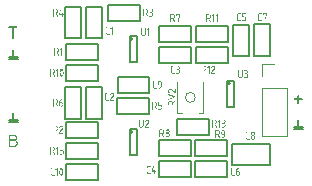
<source format=gbr>
%TF.GenerationSoftware,KiCad,Pcbnew,9.0.0*%
%TF.CreationDate,2025-04-01T12:45:26+02:00*%
%TF.ProjectId,preamp2,70726561-6d70-4322-9e6b-696361645f70,5*%
%TF.SameCoordinates,Original*%
%TF.FileFunction,Legend,Top*%
%TF.FilePolarity,Positive*%
%FSLAX46Y46*%
G04 Gerber Fmt 4.6, Leading zero omitted, Abs format (unit mm)*
G04 Created by KiCad (PCBNEW 9.0.0) date 2025-04-01 12:45:26*
%MOMM*%
%LPD*%
G01*
G04 APERTURE LIST*
%ADD10C,0.150000*%
%ADD11C,0.300000*%
%ADD12C,0.097500*%
%ADD13C,0.100000*%
%ADD14C,0.200000*%
%ADD15C,0.120000*%
G04 APERTURE END LIST*
D10*
X122809000Y-99060000D02*
X123571000Y-99060000D01*
X98679000Y-98457000D02*
X99441000Y-98457000D01*
X98679000Y-93250000D02*
X99441000Y-93250000D01*
X98679000Y-93123000D02*
X99441000Y-93123000D01*
X122809000Y-99187000D02*
X123571000Y-99187000D01*
X98679000Y-98584000D02*
X99441000Y-98584000D01*
X123190000Y-99060000D02*
X123190000Y-98425000D01*
X99060000Y-98457000D02*
X99060000Y-97822000D01*
X99060000Y-93123000D02*
X99060000Y-92488000D01*
G36*
X99095683Y-99665201D02*
G01*
X99162034Y-99674185D01*
X99223496Y-99692101D01*
X99266410Y-99714968D01*
X99310817Y-99750090D01*
X99351013Y-99793259D01*
X99378704Y-99838788D01*
X99393890Y-99886678D01*
X99397080Y-99922330D01*
X99391324Y-99975239D01*
X99374056Y-100023263D01*
X99345275Y-100066401D01*
X99304983Y-100104654D01*
X99276790Y-100124319D01*
X99328507Y-100153652D01*
X99374090Y-100190604D01*
X99410208Y-100230809D01*
X99438544Y-100275569D01*
X99456385Y-100323144D01*
X99463731Y-100373534D01*
X99463941Y-100383949D01*
X99459723Y-100438231D01*
X99447068Y-100487688D01*
X99421642Y-100539287D01*
X99384733Y-100584319D01*
X99343957Y-100617690D01*
X99292226Y-100649762D01*
X99234642Y-100676769D01*
X99171823Y-100694855D01*
X99117727Y-100700000D01*
X98740982Y-100700000D01*
X98687945Y-100673072D01*
X98680838Y-100637473D01*
X98680838Y-100604501D01*
X98813034Y-100604501D01*
X99081091Y-100604501D01*
X99143022Y-100599400D01*
X99203224Y-100581769D01*
X99254362Y-100551544D01*
X99267936Y-100540020D01*
X99305127Y-100498256D01*
X99330128Y-100449284D01*
X99338461Y-100397138D01*
X99330669Y-100344622D01*
X99307292Y-100294877D01*
X99272516Y-100252058D01*
X99225987Y-100217282D01*
X99168069Y-100195386D01*
X99106204Y-100186692D01*
X99083533Y-100186113D01*
X98813034Y-100186113D01*
X98813034Y-100604501D01*
X98680838Y-100604501D01*
X98680838Y-100078890D01*
X98813034Y-100078890D01*
X99074984Y-100078890D01*
X99136973Y-100073839D01*
X99195255Y-100054847D01*
X99223057Y-100036147D01*
X99256867Y-99994514D01*
X99271743Y-99944839D01*
X99272516Y-99929169D01*
X99263849Y-99879198D01*
X99237850Y-99834063D01*
X99220004Y-99814863D01*
X99170330Y-99782603D01*
X99111597Y-99767422D01*
X99071626Y-99765038D01*
X98813034Y-99765038D01*
X98813034Y-100078890D01*
X98680838Y-100078890D01*
X98680838Y-99727180D01*
X98700759Y-99678820D01*
X98760522Y-99662700D01*
X99028578Y-99662700D01*
X99095683Y-99665201D01*
G37*
G36*
X98637790Y-90562664D02*
G01*
X98670398Y-90520880D01*
X98713505Y-90515281D01*
X99349758Y-90515281D01*
X99405406Y-90538716D01*
X99411429Y-90564862D01*
X99383001Y-90610042D01*
X99351284Y-90614932D01*
X99087807Y-90614932D01*
X99087807Y-91501778D01*
X99063359Y-91548375D01*
X99025220Y-91556000D01*
X98969759Y-91533174D01*
X98962327Y-91502999D01*
X98962327Y-90614932D01*
X98711673Y-90614932D01*
X98651932Y-90598394D01*
X98637790Y-90562664D01*
G37*
D11*
G36*
X123103318Y-96363990D02*
G01*
X123130183Y-96295162D01*
X123179522Y-96281558D01*
X123244137Y-96319741D01*
X123252795Y-96370218D01*
X123252795Y-96593700D01*
X123473346Y-96593700D01*
X123543259Y-96617464D01*
X123559808Y-96668805D01*
X123521626Y-96731481D01*
X123471148Y-96739879D01*
X123393137Y-96739879D01*
X123313613Y-96739879D01*
X123249864Y-96739879D01*
X123249864Y-96965560D01*
X123225453Y-97037140D01*
X123180621Y-97051289D01*
X123114189Y-97018660D01*
X123103318Y-96967758D01*
X123103318Y-96739879D01*
X123021691Y-96739879D01*
X122938480Y-96739879D01*
X122871776Y-96739879D01*
X122801567Y-96715768D01*
X122784948Y-96663676D01*
X122823131Y-96601000D01*
X122873608Y-96592601D01*
X123103318Y-96592601D01*
X123103318Y-96363990D01*
G37*
D12*
G36*
X119932519Y-89386053D02*
G01*
X120068376Y-89386053D01*
X120086991Y-89389937D01*
X120097362Y-89400407D01*
X120101239Y-89419352D01*
X120097161Y-89438339D01*
X120086055Y-89449045D01*
X120065717Y-89453088D01*
X119932043Y-89453088D01*
X119908358Y-89456425D01*
X119884475Y-89466812D01*
X119859689Y-89485515D01*
X119845100Y-89503605D01*
X119836197Y-89525435D01*
X119833057Y-89552114D01*
X119833057Y-89891339D01*
X119836209Y-89918085D01*
X119845442Y-89941817D01*
X119860998Y-89963296D01*
X119881997Y-89981377D01*
X119902045Y-89991238D01*
X119921842Y-89994373D01*
X120071035Y-89994373D01*
X120089158Y-89998153D01*
X120099253Y-90008336D01*
X120103025Y-90026760D01*
X120099311Y-90043990D01*
X120089180Y-90053720D01*
X120070598Y-90057400D01*
X119919183Y-90057400D01*
X119890230Y-90053998D01*
X119861885Y-90043637D01*
X119833505Y-90025553D01*
X119804639Y-89998342D01*
X119784725Y-89969534D01*
X119772501Y-89935529D01*
X119768204Y-89894911D01*
X119768204Y-89547232D01*
X119771450Y-89515151D01*
X119781041Y-89485540D01*
X119797176Y-89457750D01*
X119820595Y-89431338D01*
X119845972Y-89411273D01*
X119872793Y-89397283D01*
X119901458Y-89388900D01*
X119932519Y-89386053D01*
G37*
G36*
X120487060Y-89388275D02*
G01*
X120508875Y-89392205D01*
X120520321Y-89402253D01*
X120524368Y-89419352D01*
X120515041Y-89471306D01*
X120392043Y-90027673D01*
X120385056Y-90045961D01*
X120375030Y-90055546D01*
X120361403Y-90058750D01*
X120341511Y-90055088D01*
X120330984Y-90045656D01*
X120327231Y-90029459D01*
X120328580Y-90016996D01*
X120453761Y-89453525D01*
X120254837Y-89453525D01*
X120254837Y-89486824D01*
X120251079Y-89504659D01*
X120240916Y-89514635D01*
X120222450Y-89518377D01*
X120205260Y-89514635D01*
X120195511Y-89504387D01*
X120191810Y-89485515D01*
X120191810Y-89418003D01*
X120195671Y-89401633D01*
X120206576Y-89392027D01*
X120227332Y-89388275D01*
X120487060Y-89388275D01*
G37*
G36*
X112565567Y-93831053D02*
G01*
X112701424Y-93831053D01*
X112720039Y-93834937D01*
X112730410Y-93845407D01*
X112734287Y-93864352D01*
X112730209Y-93883339D01*
X112719103Y-93894045D01*
X112698765Y-93898088D01*
X112565091Y-93898088D01*
X112541406Y-93901425D01*
X112517523Y-93911812D01*
X112492737Y-93930515D01*
X112478148Y-93948605D01*
X112469245Y-93970435D01*
X112466105Y-93997114D01*
X112466105Y-94336339D01*
X112469257Y-94363085D01*
X112478490Y-94386817D01*
X112494046Y-94408296D01*
X112515045Y-94426377D01*
X112535093Y-94436238D01*
X112554890Y-94439373D01*
X112704083Y-94439373D01*
X112722206Y-94443153D01*
X112732301Y-94453336D01*
X112736073Y-94471760D01*
X112732359Y-94488990D01*
X112722228Y-94498720D01*
X112703646Y-94502400D01*
X112552231Y-94502400D01*
X112523278Y-94498998D01*
X112494933Y-94488637D01*
X112466553Y-94470553D01*
X112437687Y-94443342D01*
X112417773Y-94414534D01*
X112405549Y-94380529D01*
X112401252Y-94339911D01*
X112401252Y-93992232D01*
X112404498Y-93960151D01*
X112414089Y-93930540D01*
X112430224Y-93902750D01*
X112453643Y-93876338D01*
X112479020Y-93856273D01*
X112505841Y-93842283D01*
X112534506Y-93833900D01*
X112565567Y-93831053D01*
G37*
G36*
X112867921Y-93831053D02*
G01*
X113006914Y-93831053D01*
X113035751Y-93834172D01*
X113063055Y-93843510D01*
X113089414Y-93859471D01*
X113115226Y-93883006D01*
X113134849Y-93908307D01*
X113148578Y-93935167D01*
X113156830Y-93963991D01*
X113159639Y-93995327D01*
X113155384Y-94033941D01*
X113142808Y-94069288D01*
X113121540Y-94102270D01*
X113090381Y-94133447D01*
X113121027Y-94160498D01*
X113141670Y-94189168D01*
X113153770Y-94219950D01*
X113157853Y-94253746D01*
X113157853Y-94351461D01*
X113154946Y-94378817D01*
X113146160Y-94405375D01*
X113131024Y-94431652D01*
X113108598Y-94458027D01*
X113085554Y-94476805D01*
X113059370Y-94490281D01*
X113029438Y-94498615D01*
X112994927Y-94501527D01*
X112862603Y-94501527D01*
X112840686Y-94497445D01*
X112829032Y-94486886D01*
X112824858Y-94468664D01*
X112828981Y-94452635D01*
X112841043Y-94442868D01*
X112864825Y-94438937D01*
X112982028Y-94438937D01*
X113016515Y-94435104D01*
X113044284Y-94424343D01*
X113066845Y-94406947D01*
X113082621Y-94385569D01*
X113092292Y-94360056D01*
X113095699Y-94329235D01*
X113095699Y-94271526D01*
X113092543Y-94242398D01*
X113083602Y-94218345D01*
X113069067Y-94198260D01*
X113045845Y-94178535D01*
X113023008Y-94167610D01*
X112999809Y-94164087D01*
X112932297Y-94164087D01*
X112911044Y-94160011D01*
X112899607Y-94149359D01*
X112895466Y-94130748D01*
X112899406Y-94114796D01*
X112910743Y-94105248D01*
X112932734Y-94101457D01*
X112992705Y-94101457D01*
X113019263Y-94098081D01*
X113042818Y-94088150D01*
X113064186Y-94071253D01*
X113081997Y-94048457D01*
X113092271Y-94024436D01*
X113095699Y-93998463D01*
X113092710Y-93971663D01*
X113084227Y-93949502D01*
X113070377Y-93930951D01*
X113045716Y-93910553D01*
X113022299Y-93899407D01*
X112999333Y-93895866D01*
X112867921Y-93895866D01*
X112848388Y-93893362D01*
X112836249Y-93886944D01*
X112829196Y-93877067D01*
X112826644Y-93862566D01*
X112829129Y-93848999D01*
X112836071Y-93839644D01*
X112848194Y-93833479D01*
X112867921Y-93831053D01*
G37*
G36*
X109695832Y-98437702D02*
G01*
X109699646Y-98417678D01*
X109709589Y-98406934D01*
X109726909Y-98403053D01*
X109746002Y-98407074D01*
X109756680Y-98417948D01*
X109760685Y-98437702D01*
X109760685Y-98867935D01*
X109763954Y-98902964D01*
X109773182Y-98932129D01*
X109787982Y-98956599D01*
X109808630Y-98977161D01*
X109838027Y-98995910D01*
X109866820Y-99006558D01*
X109895669Y-99010024D01*
X109930907Y-99005250D01*
X109964022Y-98990832D01*
X109996004Y-98965611D01*
X110015689Y-98939516D01*
X110027985Y-98906852D01*
X110032399Y-98865713D01*
X110032399Y-98437702D01*
X110036371Y-98417902D01*
X110046920Y-98407050D01*
X110065699Y-98403053D01*
X110079903Y-98405501D01*
X110089516Y-98412230D01*
X110095717Y-98423722D01*
X110098125Y-98442107D01*
X110098125Y-98863054D01*
X110094177Y-98909675D01*
X110082957Y-98949453D01*
X110064934Y-98983643D01*
X110039940Y-99013159D01*
X110006528Y-99040037D01*
X109971567Y-99058668D01*
X109934545Y-99069772D01*
X109894756Y-99073527D01*
X109858988Y-99070507D01*
X109825647Y-99061599D01*
X109794195Y-99046758D01*
X109764217Y-99025582D01*
X109734041Y-98994562D01*
X109712976Y-98960196D01*
X109700228Y-98921769D01*
X109695832Y-98878175D01*
X109695832Y-98437702D01*
G37*
G36*
X110243587Y-98569987D02*
G01*
X110223590Y-98566175D01*
X110212856Y-98556234D01*
X110208977Y-98538910D01*
X110210664Y-98528615D01*
X110216955Y-98513151D01*
X110237865Y-98478061D01*
X110259320Y-98452439D01*
X110281331Y-98434566D01*
X110312534Y-98418101D01*
X110344186Y-98408473D01*
X110376824Y-98405275D01*
X110417610Y-98409491D01*
X110452509Y-98421581D01*
X110482766Y-98441387D01*
X110509149Y-98469652D01*
X110528885Y-98502387D01*
X110540375Y-98535904D01*
X110544195Y-98570900D01*
X110541095Y-98601809D01*
X110531561Y-98633301D01*
X110514904Y-98665916D01*
X110299549Y-99013596D01*
X110510022Y-99013596D01*
X110528926Y-99017502D01*
X110539415Y-99027991D01*
X110543322Y-99046895D01*
X110539459Y-99062633D01*
X110528373Y-99072028D01*
X110506926Y-99075750D01*
X110248945Y-99075750D01*
X110225301Y-99071942D01*
X110213430Y-99062560D01*
X110209414Y-99047332D01*
X110210898Y-99035513D01*
X110215169Y-99025582D01*
X110454060Y-98640594D01*
X110468480Y-98613397D01*
X110476171Y-98590464D01*
X110478509Y-98570900D01*
X110475750Y-98546350D01*
X110467659Y-98524363D01*
X110454060Y-98504301D01*
X110432211Y-98485173D01*
X110406162Y-98473672D01*
X110374602Y-98469652D01*
X110346327Y-98473849D01*
X110320787Y-98486424D01*
X110297019Y-98508484D01*
X110274703Y-98542482D01*
X110263373Y-98559321D01*
X110253195Y-98567559D01*
X110243587Y-98569987D01*
G37*
G36*
X117639216Y-102467053D02*
G01*
X117775073Y-102467053D01*
X117793688Y-102470937D01*
X117804059Y-102481407D01*
X117807936Y-102500352D01*
X117803858Y-102519339D01*
X117792752Y-102530045D01*
X117772414Y-102534088D01*
X117638740Y-102534088D01*
X117615055Y-102537425D01*
X117591172Y-102547812D01*
X117566386Y-102566515D01*
X117551797Y-102584605D01*
X117542894Y-102606435D01*
X117539754Y-102633114D01*
X117539754Y-102972339D01*
X117542906Y-102999085D01*
X117552139Y-103022817D01*
X117567695Y-103044296D01*
X117588694Y-103062377D01*
X117608742Y-103072238D01*
X117628539Y-103075373D01*
X117777732Y-103075373D01*
X117795855Y-103079153D01*
X117805950Y-103089336D01*
X117809722Y-103107760D01*
X117806008Y-103124990D01*
X117795877Y-103134720D01*
X117777295Y-103138400D01*
X117625880Y-103138400D01*
X117596927Y-103134998D01*
X117568582Y-103124637D01*
X117540202Y-103106553D01*
X117511336Y-103079342D01*
X117491422Y-103050534D01*
X117479198Y-103016529D01*
X117474901Y-102975911D01*
X117474901Y-102628232D01*
X117478147Y-102596151D01*
X117487738Y-102566540D01*
X117503873Y-102538750D01*
X117527292Y-102512338D01*
X117552669Y-102492273D01*
X117579490Y-102478283D01*
X117608155Y-102469900D01*
X117639216Y-102467053D01*
G37*
G36*
X118163733Y-102473202D02*
G01*
X118173924Y-102483981D01*
X118177802Y-102503885D01*
X118175033Y-102515687D01*
X118166429Y-102525608D01*
X118149821Y-102534088D01*
X118109347Y-102551009D01*
X118076882Y-102570323D01*
X118051232Y-102591836D01*
X118023684Y-102624029D01*
X118002873Y-102659002D01*
X117988390Y-102697199D01*
X117980188Y-102739243D01*
X118078340Y-102739243D01*
X118114462Y-102742790D01*
X118146712Y-102753118D01*
X118175922Y-102770226D01*
X118202647Y-102794729D01*
X118227511Y-102828883D01*
X118241589Y-102862922D01*
X118246187Y-102897763D01*
X118246187Y-102987461D01*
X118243045Y-103014510D01*
X118233382Y-103041653D01*
X118216380Y-103069488D01*
X118190661Y-103098472D01*
X118168258Y-103115859D01*
X118141378Y-103128688D01*
X118109121Y-103136839D01*
X118070323Y-103139750D01*
X118040068Y-103136838D01*
X118011818Y-103128211D01*
X117985029Y-103113692D01*
X117959311Y-103092678D01*
X117937954Y-103067994D01*
X117923329Y-103042510D01*
X117914701Y-103015846D01*
X117911803Y-102987461D01*
X117911803Y-102980793D01*
X117975306Y-102980793D01*
X117979103Y-103004747D01*
X117990970Y-103028590D01*
X118012614Y-103053147D01*
X118031319Y-103066287D01*
X118053358Y-103074335D01*
X118079650Y-103077159D01*
X118099524Y-103074245D01*
X118123380Y-103064459D01*
X118152480Y-103045606D01*
X118168418Y-103028847D01*
X118178238Y-103007175D01*
X118181771Y-102979007D01*
X118181771Y-102911535D01*
X118178392Y-102883394D01*
X118168450Y-102858188D01*
X118151607Y-102835133D01*
X118130675Y-102817840D01*
X118106863Y-102807583D01*
X118079213Y-102804056D01*
X117975306Y-102804056D01*
X117975306Y-102980793D01*
X117911803Y-102980793D01*
X117911803Y-102755675D01*
X117916429Y-102706880D01*
X117930407Y-102659048D01*
X117954362Y-102611428D01*
X117989515Y-102563419D01*
X118023783Y-102529777D01*
X118065465Y-102500759D01*
X118115608Y-102476380D01*
X118132912Y-102470854D01*
X118145812Y-102469275D01*
X118163733Y-102473202D01*
G37*
D13*
G36*
X112369629Y-96802123D02*
G01*
X112406805Y-96809546D01*
X112442311Y-96821837D01*
X112468189Y-96836433D01*
X112491584Y-96857367D01*
X112512739Y-96885617D01*
X112531573Y-96922608D01*
X112759351Y-96806715D01*
X112772715Y-96801482D01*
X112782013Y-96800047D01*
X112801249Y-96803945D01*
X112811835Y-96814336D01*
X112815750Y-96832910D01*
X112813364Y-96843094D01*
X112805635Y-96852868D01*
X112790428Y-96862677D01*
X112547568Y-96986985D01*
X112547568Y-97137527D01*
X112780664Y-97137527D01*
X112800842Y-97141457D01*
X112811769Y-97151788D01*
X112815750Y-97169953D01*
X112811789Y-97187484D01*
X112800792Y-97197582D01*
X112780227Y-97201467D01*
X112182107Y-97201467D01*
X112162752Y-97197426D01*
X112151967Y-97186533D01*
X112147935Y-97166818D01*
X112147935Y-96991430D01*
X112211438Y-96991430D01*
X112211438Y-97136177D01*
X112482279Y-97136177D01*
X112482279Y-96990993D01*
X112477879Y-96961759D01*
X112463941Y-96931317D01*
X112438342Y-96898636D01*
X112413383Y-96879190D01*
X112381903Y-96867044D01*
X112341976Y-96862677D01*
X112312083Y-96866803D01*
X112283204Y-96879414D01*
X112254501Y-96901732D01*
X112229768Y-96931306D01*
X112215937Y-96960892D01*
X112211438Y-96991430D01*
X112147935Y-96991430D01*
X112152244Y-96952771D01*
X112165223Y-96915738D01*
X112187573Y-96879527D01*
X112220765Y-96843587D01*
X112254752Y-96818882D01*
X112290959Y-96804459D01*
X112330427Y-96799611D01*
X112369629Y-96802123D01*
G37*
G36*
X112682552Y-96476102D02*
G01*
X112174566Y-96305159D01*
X112157272Y-96296519D01*
X112148224Y-96286037D01*
X112145275Y-96273209D01*
X112149007Y-96254380D01*
X112158875Y-96244112D01*
X112176352Y-96240347D01*
X112196792Y-96244316D01*
X112785546Y-96440143D01*
X112803120Y-96448986D01*
X112812577Y-96460450D01*
X112815750Y-96475229D01*
X112812856Y-96487529D01*
X112803854Y-96497881D01*
X112786459Y-96506742D01*
X112190561Y-96707888D01*
X112175916Y-96710548D01*
X112160075Y-96706763D01*
X112150729Y-96696019D01*
X112147061Y-96675462D01*
X112150009Y-96663860D01*
X112159422Y-96653771D01*
X112178138Y-96644822D01*
X112682552Y-96476102D01*
G37*
G36*
X112309987Y-96117111D02*
G01*
X112306175Y-96137108D01*
X112296234Y-96147842D01*
X112278910Y-96151720D01*
X112268615Y-96150034D01*
X112253151Y-96143742D01*
X112218061Y-96122832D01*
X112192439Y-96101377D01*
X112174566Y-96079366D01*
X112158101Y-96048164D01*
X112148473Y-96016511D01*
X112145275Y-95983873D01*
X112149491Y-95943088D01*
X112161581Y-95908188D01*
X112181387Y-95877931D01*
X112209652Y-95851549D01*
X112242387Y-95831813D01*
X112275904Y-95820322D01*
X112310900Y-95816503D01*
X112341809Y-95819602D01*
X112373301Y-95829136D01*
X112405916Y-95845794D01*
X112753596Y-96061149D01*
X112753596Y-95850675D01*
X112757502Y-95831771D01*
X112767991Y-95821282D01*
X112786895Y-95817376D01*
X112802633Y-95821239D01*
X112812028Y-95832325D01*
X112815750Y-95853771D01*
X112815750Y-96111753D01*
X112811942Y-96135397D01*
X112802560Y-96147267D01*
X112787332Y-96151283D01*
X112775513Y-96149799D01*
X112765582Y-96145528D01*
X112380594Y-95906638D01*
X112353397Y-95892217D01*
X112330464Y-95884526D01*
X112310900Y-95882189D01*
X112286350Y-95884948D01*
X112264363Y-95893038D01*
X112244301Y-95906638D01*
X112225173Y-95928487D01*
X112213672Y-95954536D01*
X112209652Y-95986096D01*
X112213849Y-96014371D01*
X112226424Y-96039910D01*
X112248484Y-96063678D01*
X112282482Y-96085994D01*
X112299321Y-96097324D01*
X112307559Y-96107502D01*
X112309987Y-96117111D01*
G37*
D12*
G36*
X112617244Y-89467244D02*
G01*
X112654277Y-89480223D01*
X112690488Y-89502573D01*
X112726428Y-89535765D01*
X112751133Y-89569752D01*
X112765556Y-89605959D01*
X112770404Y-89645427D01*
X112767892Y-89684629D01*
X112760469Y-89721805D01*
X112748178Y-89757311D01*
X112733582Y-89783189D01*
X112712648Y-89806584D01*
X112684398Y-89827739D01*
X112647407Y-89846573D01*
X112763300Y-90074351D01*
X112768533Y-90087715D01*
X112769968Y-90097013D01*
X112766070Y-90116249D01*
X112755679Y-90126835D01*
X112737105Y-90130750D01*
X112726921Y-90128364D01*
X112717147Y-90120635D01*
X112707338Y-90105428D01*
X112583030Y-89862568D01*
X112432488Y-89862568D01*
X112432488Y-90095664D01*
X112428558Y-90115842D01*
X112418227Y-90126769D01*
X112400062Y-90130750D01*
X112382531Y-90126789D01*
X112372433Y-90115792D01*
X112368548Y-90095227D01*
X112368548Y-89797279D01*
X112433838Y-89797279D01*
X112579022Y-89797279D01*
X112608256Y-89792879D01*
X112638698Y-89778941D01*
X112671379Y-89753342D01*
X112690825Y-89728383D01*
X112702971Y-89696903D01*
X112707338Y-89656976D01*
X112703212Y-89627083D01*
X112690601Y-89598204D01*
X112668283Y-89569501D01*
X112638709Y-89544768D01*
X112609123Y-89530937D01*
X112578585Y-89526438D01*
X112433838Y-89526438D01*
X112433838Y-89797279D01*
X112368548Y-89797279D01*
X112368548Y-89497107D01*
X112372589Y-89477752D01*
X112383482Y-89466967D01*
X112403197Y-89462935D01*
X112578585Y-89462935D01*
X112617244Y-89467244D01*
G37*
G36*
X113154717Y-89460275D02*
G01*
X113176533Y-89464205D01*
X113187979Y-89474253D01*
X113192025Y-89491352D01*
X113182698Y-89543306D01*
X113059701Y-90099673D01*
X113052714Y-90117961D01*
X113042687Y-90127546D01*
X113029060Y-90130750D01*
X113009168Y-90127088D01*
X112998641Y-90117656D01*
X112994888Y-90101459D01*
X112996237Y-90088996D01*
X113121418Y-89525525D01*
X112922494Y-89525525D01*
X112922494Y-89558824D01*
X112918737Y-89576659D01*
X112908573Y-89586635D01*
X112890108Y-89590377D01*
X112872917Y-89586635D01*
X112863168Y-89576387D01*
X112859467Y-89557515D01*
X112859467Y-89490003D01*
X112863328Y-89473633D01*
X112874234Y-89464027D01*
X112894989Y-89460275D01*
X113154717Y-89460275D01*
G37*
G36*
X118071482Y-94246702D02*
G01*
X118075296Y-94226678D01*
X118085239Y-94215934D01*
X118102559Y-94212053D01*
X118121652Y-94216074D01*
X118132330Y-94226948D01*
X118136335Y-94246702D01*
X118136335Y-94676935D01*
X118139604Y-94711964D01*
X118148832Y-94741129D01*
X118163632Y-94765599D01*
X118184280Y-94786161D01*
X118213677Y-94804910D01*
X118242470Y-94815558D01*
X118271319Y-94819024D01*
X118306557Y-94814250D01*
X118339672Y-94799832D01*
X118371654Y-94774611D01*
X118391339Y-94748516D01*
X118403635Y-94715852D01*
X118408049Y-94674713D01*
X118408049Y-94246702D01*
X118412021Y-94226902D01*
X118422570Y-94216050D01*
X118441349Y-94212053D01*
X118455553Y-94214501D01*
X118465166Y-94221230D01*
X118471367Y-94232722D01*
X118473775Y-94251107D01*
X118473775Y-94672054D01*
X118469827Y-94718675D01*
X118458607Y-94758453D01*
X118440584Y-94792643D01*
X118415590Y-94822159D01*
X118382178Y-94849037D01*
X118347217Y-94867668D01*
X118310195Y-94878772D01*
X118270406Y-94882527D01*
X118234638Y-94879507D01*
X118201297Y-94870599D01*
X118169845Y-94855758D01*
X118139867Y-94834582D01*
X118109691Y-94803562D01*
X118088626Y-94769196D01*
X118075878Y-94730769D01*
X118071482Y-94687175D01*
X118071482Y-94246702D01*
G37*
G36*
X118627691Y-94212053D02*
G01*
X118766683Y-94212053D01*
X118795520Y-94215172D01*
X118822824Y-94224510D01*
X118849183Y-94240471D01*
X118874996Y-94264006D01*
X118894619Y-94289307D01*
X118908348Y-94316167D01*
X118916600Y-94344991D01*
X118919408Y-94376327D01*
X118915153Y-94414941D01*
X118902577Y-94450288D01*
X118881310Y-94483270D01*
X118850150Y-94514447D01*
X118880797Y-94541498D01*
X118901439Y-94570168D01*
X118913539Y-94600950D01*
X118917622Y-94634746D01*
X118917622Y-94732461D01*
X118914715Y-94759817D01*
X118905930Y-94786375D01*
X118890794Y-94812652D01*
X118868367Y-94839027D01*
X118845324Y-94857805D01*
X118819140Y-94871281D01*
X118789208Y-94879615D01*
X118754697Y-94882527D01*
X118622372Y-94882527D01*
X118600455Y-94878445D01*
X118588801Y-94867886D01*
X118584627Y-94849664D01*
X118588751Y-94833635D01*
X118600812Y-94823868D01*
X118624595Y-94819937D01*
X118741798Y-94819937D01*
X118776285Y-94816104D01*
X118804053Y-94805343D01*
X118826614Y-94787947D01*
X118842390Y-94766569D01*
X118852062Y-94741056D01*
X118855468Y-94710235D01*
X118855468Y-94652526D01*
X118852312Y-94623398D01*
X118843372Y-94599345D01*
X118828837Y-94579260D01*
X118805614Y-94559535D01*
X118782777Y-94548610D01*
X118759579Y-94545087D01*
X118692067Y-94545087D01*
X118670813Y-94541011D01*
X118659377Y-94530359D01*
X118655235Y-94511748D01*
X118659175Y-94495796D01*
X118670513Y-94486248D01*
X118692503Y-94482457D01*
X118752474Y-94482457D01*
X118779032Y-94479081D01*
X118802587Y-94469150D01*
X118823955Y-94452253D01*
X118841767Y-94429457D01*
X118852040Y-94405436D01*
X118855468Y-94379463D01*
X118852480Y-94352663D01*
X118843996Y-94330502D01*
X118830146Y-94311951D01*
X118805485Y-94291553D01*
X118782069Y-94280407D01*
X118759102Y-94276866D01*
X118627691Y-94276866D01*
X118608157Y-94274362D01*
X118596019Y-94267944D01*
X118588966Y-94258067D01*
X118586414Y-94243566D01*
X118588898Y-94229999D01*
X118595840Y-94220644D01*
X118607964Y-94214479D01*
X118627691Y-94212053D01*
G37*
G36*
X102420405Y-100698244D02*
G01*
X102457438Y-100711223D01*
X102493649Y-100733573D01*
X102529589Y-100766765D01*
X102554294Y-100800752D01*
X102568717Y-100836959D01*
X102573565Y-100876427D01*
X102571053Y-100915629D01*
X102563630Y-100952805D01*
X102551339Y-100988311D01*
X102536743Y-101014189D01*
X102515809Y-101037584D01*
X102487559Y-101058739D01*
X102450568Y-101077573D01*
X102566461Y-101305351D01*
X102571694Y-101318715D01*
X102573129Y-101328013D01*
X102569231Y-101347249D01*
X102558840Y-101357835D01*
X102540266Y-101361750D01*
X102530082Y-101359364D01*
X102520308Y-101351635D01*
X102510499Y-101336428D01*
X102386191Y-101093568D01*
X102235649Y-101093568D01*
X102235649Y-101326664D01*
X102231719Y-101346842D01*
X102221388Y-101357769D01*
X102203223Y-101361750D01*
X102185692Y-101357789D01*
X102175594Y-101346792D01*
X102171709Y-101326227D01*
X102171709Y-101028279D01*
X102236999Y-101028279D01*
X102382183Y-101028279D01*
X102411417Y-101023879D01*
X102441859Y-101009941D01*
X102474540Y-100984342D01*
X102493986Y-100959383D01*
X102506132Y-100927903D01*
X102510499Y-100887976D01*
X102506373Y-100858083D01*
X102493762Y-100829204D01*
X102471444Y-100800501D01*
X102441870Y-100775768D01*
X102412284Y-100761937D01*
X102381746Y-100757438D01*
X102236999Y-100757438D01*
X102236999Y-101028279D01*
X102171709Y-101028279D01*
X102171709Y-100728107D01*
X102175750Y-100708752D01*
X102186643Y-100697967D01*
X102206358Y-100693935D01*
X102381746Y-100693935D01*
X102420405Y-100698244D01*
G37*
G36*
X102775386Y-100705484D02*
G01*
X102791315Y-100694615D01*
X102806939Y-100691275D01*
X102825524Y-100695415D01*
X102836166Y-100706850D01*
X102840239Y-100728107D01*
X102840239Y-101321782D01*
X102836222Y-101343793D01*
X102825904Y-101355402D01*
X102808249Y-101359527D01*
X102793747Y-101357092D01*
X102784011Y-101350446D01*
X102777789Y-101339201D01*
X102775386Y-101321346D01*
X102775386Y-100797842D01*
X102698150Y-100875077D01*
X102685611Y-100884368D01*
X102674178Y-100887103D01*
X102654604Y-100883424D01*
X102644157Y-100873877D01*
X102640402Y-100857336D01*
X102643469Y-100843147D01*
X102653301Y-100829355D01*
X102775386Y-100705484D01*
G37*
G36*
X102986455Y-100725011D02*
G01*
X102988936Y-100710083D01*
X102995692Y-100700091D01*
X103007080Y-100693727D01*
X103025112Y-100691275D01*
X103286190Y-100691275D01*
X103307611Y-100695254D01*
X103318990Y-100705538D01*
X103323061Y-100723265D01*
X103319105Y-100741119D01*
X103308202Y-100751319D01*
X103287976Y-100755215D01*
X103051744Y-100755215D01*
X103051744Y-100960807D01*
X103150332Y-100960807D01*
X103191852Y-100964967D01*
X103227945Y-100976958D01*
X103259744Y-100996656D01*
X103287976Y-101024746D01*
X103307061Y-101054741D01*
X103318601Y-101088439D01*
X103322585Y-101126867D01*
X103322585Y-101198348D01*
X103319407Y-101233040D01*
X103310255Y-101263402D01*
X103295304Y-101290273D01*
X103274203Y-101314241D01*
X103247130Y-101335599D01*
X103219575Y-101350244D01*
X103191167Y-101358867D01*
X103161406Y-101361750D01*
X103022890Y-101361750D01*
X103003159Y-101357956D01*
X102992530Y-101348031D01*
X102988677Y-101330673D01*
X102992749Y-101313291D01*
X103004218Y-101303122D01*
X103025985Y-101299159D01*
X103149420Y-101299159D01*
X103184864Y-101294623D01*
X103212829Y-101281870D01*
X103235109Y-101260938D01*
X103247384Y-101241016D01*
X103254789Y-101218878D01*
X103257335Y-101193903D01*
X103257335Y-101126867D01*
X103254379Y-101101220D01*
X103245717Y-101078367D01*
X103231140Y-101057609D01*
X103209423Y-101040075D01*
X103180313Y-101028869D01*
X103141442Y-101024746D01*
X103018881Y-101024746D01*
X103000943Y-101020597D01*
X102990504Y-101008965D01*
X102986455Y-100987002D01*
X102986455Y-100725011D01*
G37*
G36*
X102695368Y-89014244D02*
G01*
X102732401Y-89027223D01*
X102768612Y-89049573D01*
X102804552Y-89082765D01*
X102829257Y-89116752D01*
X102843680Y-89152959D01*
X102848528Y-89192427D01*
X102846016Y-89231629D01*
X102838593Y-89268805D01*
X102826302Y-89304311D01*
X102811706Y-89330189D01*
X102790772Y-89353584D01*
X102762522Y-89374739D01*
X102725531Y-89393573D01*
X102841424Y-89621351D01*
X102846657Y-89634715D01*
X102848092Y-89644013D01*
X102844194Y-89663249D01*
X102833803Y-89673835D01*
X102815229Y-89677750D01*
X102805045Y-89675364D01*
X102795271Y-89667635D01*
X102785462Y-89652428D01*
X102661154Y-89409568D01*
X102510612Y-89409568D01*
X102510612Y-89642664D01*
X102506682Y-89662842D01*
X102496351Y-89673769D01*
X102478186Y-89677750D01*
X102460655Y-89673789D01*
X102450557Y-89662792D01*
X102446672Y-89642227D01*
X102446672Y-89344279D01*
X102511962Y-89344279D01*
X102657146Y-89344279D01*
X102686380Y-89339879D01*
X102716822Y-89325941D01*
X102749503Y-89300342D01*
X102768949Y-89275383D01*
X102781095Y-89243903D01*
X102785462Y-89203976D01*
X102781336Y-89174083D01*
X102768725Y-89145204D01*
X102746407Y-89116501D01*
X102716833Y-89091768D01*
X102687247Y-89077937D01*
X102656709Y-89073438D01*
X102511962Y-89073438D01*
X102511962Y-89344279D01*
X102446672Y-89344279D01*
X102446672Y-89044107D01*
X102450713Y-89024752D01*
X102461606Y-89013967D01*
X102481321Y-89009935D01*
X102656709Y-89009935D01*
X102695368Y-89014244D01*
G37*
G36*
X103071662Y-89029898D02*
G01*
X103078630Y-89015899D01*
X103089210Y-89007906D01*
X103104525Y-89005053D01*
X103121920Y-89008647D01*
X103131571Y-89018299D01*
X103135166Y-89035693D01*
X103132070Y-89053434D01*
X103010858Y-89476167D01*
X103172910Y-89476167D01*
X103172910Y-89379364D01*
X103176941Y-89357695D01*
X103187362Y-89346178D01*
X103205336Y-89342056D01*
X103218995Y-89344500D01*
X103228346Y-89351284D01*
X103234457Y-89363032D01*
X103236850Y-89382023D01*
X103236850Y-89476603D01*
X103305235Y-89476603D01*
X103323400Y-89480584D01*
X103333731Y-89491511D01*
X103337661Y-89511689D01*
X103333981Y-89527352D01*
X103323604Y-89536528D01*
X103303885Y-89540106D01*
X103236850Y-89540106D01*
X103236850Y-89640441D01*
X103232848Y-89661159D01*
X103222362Y-89672340D01*
X103203987Y-89676400D01*
X103186663Y-89672522D01*
X103176722Y-89661788D01*
X103172910Y-89641791D01*
X103172910Y-89541416D01*
X102969105Y-89541416D01*
X102951042Y-89537843D01*
X102941198Y-89528400D01*
X102937591Y-89511689D01*
X102943783Y-89479699D01*
X103071662Y-89029898D01*
G37*
G36*
X102433741Y-94094244D02*
G01*
X102470774Y-94107223D01*
X102506985Y-94129573D01*
X102542925Y-94162765D01*
X102567630Y-94196752D01*
X102582053Y-94232959D01*
X102586901Y-94272427D01*
X102584389Y-94311629D01*
X102576966Y-94348805D01*
X102564675Y-94384311D01*
X102550079Y-94410189D01*
X102529145Y-94433584D01*
X102500895Y-94454739D01*
X102463904Y-94473573D01*
X102579797Y-94701351D01*
X102585030Y-94714715D01*
X102586465Y-94724013D01*
X102582567Y-94743249D01*
X102572176Y-94753835D01*
X102553602Y-94757750D01*
X102543418Y-94755364D01*
X102533644Y-94747635D01*
X102523835Y-94732428D01*
X102399527Y-94489568D01*
X102248985Y-94489568D01*
X102248985Y-94722664D01*
X102245055Y-94742842D01*
X102234724Y-94753769D01*
X102216559Y-94757750D01*
X102199028Y-94753789D01*
X102188930Y-94742792D01*
X102185045Y-94722227D01*
X102185045Y-94424279D01*
X102250335Y-94424279D01*
X102395519Y-94424279D01*
X102424753Y-94419879D01*
X102455195Y-94405941D01*
X102487876Y-94380342D01*
X102507322Y-94355383D01*
X102519468Y-94323903D01*
X102523835Y-94283976D01*
X102519709Y-94254083D01*
X102507098Y-94225204D01*
X102484780Y-94196501D01*
X102455206Y-94171768D01*
X102425620Y-94157937D01*
X102395082Y-94153438D01*
X102250335Y-94153438D01*
X102250335Y-94424279D01*
X102185045Y-94424279D01*
X102185045Y-94124107D01*
X102189086Y-94104752D01*
X102199979Y-94093967D01*
X102219694Y-94089935D01*
X102395082Y-94089935D01*
X102433741Y-94094244D01*
G37*
G36*
X102788722Y-94101484D02*
G01*
X102804651Y-94090615D01*
X102820275Y-94087275D01*
X102838860Y-94091415D01*
X102849502Y-94102850D01*
X102853575Y-94124107D01*
X102853575Y-94717782D01*
X102849558Y-94739793D01*
X102839240Y-94751402D01*
X102821585Y-94755527D01*
X102807083Y-94753092D01*
X102797347Y-94746446D01*
X102791125Y-94735201D01*
X102788722Y-94717346D01*
X102788722Y-94193842D01*
X102711486Y-94271077D01*
X102698947Y-94280368D01*
X102687514Y-94283103D01*
X102667940Y-94279424D01*
X102657493Y-94269877D01*
X102653738Y-94253336D01*
X102656805Y-94239147D01*
X102666637Y-94225355D01*
X102788722Y-94101484D01*
G37*
G36*
X103185475Y-94090389D02*
G01*
X103210136Y-94099256D01*
X103231085Y-94113719D01*
X103248921Y-94134347D01*
X103270008Y-94170808D01*
X103288731Y-94215911D01*
X103304679Y-94271137D01*
X103317267Y-94338153D01*
X103321608Y-94377819D01*
X103323061Y-94418087D01*
X103321503Y-94460597D01*
X103316830Y-94502864D01*
X103304425Y-94569460D01*
X103288929Y-94624702D01*
X103270880Y-94670136D01*
X103250668Y-94707145D01*
X103232427Y-94729382D01*
X103210863Y-94744907D01*
X103185348Y-94754411D01*
X103154778Y-94757750D01*
X103124794Y-94754355D01*
X103099423Y-94744620D01*
X103077629Y-94728566D01*
X103058849Y-94705359D01*
X103035936Y-94660748D01*
X103013865Y-94595894D01*
X102993599Y-94505086D01*
X102988283Y-94465281D01*
X102986495Y-94424279D01*
X102986746Y-94418524D01*
X103052220Y-94418524D01*
X103056189Y-94480241D01*
X103067434Y-94546726D01*
X103082262Y-94603140D01*
X103100165Y-94650747D01*
X103115463Y-94675432D01*
X103132931Y-94688625D01*
X103153429Y-94692937D01*
X103173450Y-94688993D01*
X103190940Y-94676949D01*
X103206732Y-94654716D01*
X103223344Y-94616109D01*
X103238215Y-94565322D01*
X103250668Y-94499768D01*
X103255371Y-94457862D01*
X103256899Y-94418087D01*
X103255320Y-94378963D01*
X103250668Y-94341685D01*
X103237295Y-94280022D01*
X103219730Y-94225365D01*
X103198278Y-94176974D01*
X103187450Y-94162678D01*
X103173046Y-94154221D01*
X103153865Y-94151215D01*
X103135390Y-94154260D01*
X103121249Y-94162936D01*
X103110366Y-94177847D01*
X103089831Y-94224373D01*
X103072881Y-94276414D01*
X103059761Y-94334580D01*
X103054112Y-94376150D01*
X103052220Y-94418524D01*
X102986746Y-94418524D01*
X102988369Y-94381235D01*
X102994036Y-94337716D01*
X103013532Y-94247252D01*
X103034265Y-94184085D01*
X103055316Y-94141888D01*
X103074436Y-94117829D01*
X103097079Y-94101091D01*
X103123900Y-94090866D01*
X103156088Y-94087275D01*
X103185475Y-94090389D01*
G37*
G36*
X107040752Y-90529053D02*
G01*
X107176609Y-90529053D01*
X107195224Y-90532937D01*
X107205595Y-90543407D01*
X107209472Y-90562352D01*
X107205394Y-90581339D01*
X107194288Y-90592045D01*
X107173950Y-90596088D01*
X107040276Y-90596088D01*
X107016591Y-90599425D01*
X106992708Y-90609812D01*
X106967922Y-90628515D01*
X106953333Y-90646605D01*
X106944430Y-90668435D01*
X106941290Y-90695114D01*
X106941290Y-91034339D01*
X106944442Y-91061085D01*
X106953675Y-91084817D01*
X106969231Y-91106296D01*
X106990230Y-91124377D01*
X107010278Y-91134238D01*
X107030075Y-91137373D01*
X107179268Y-91137373D01*
X107197391Y-91141153D01*
X107207486Y-91151336D01*
X107211258Y-91169760D01*
X107207544Y-91186990D01*
X107197413Y-91196720D01*
X107178831Y-91200400D01*
X107027416Y-91200400D01*
X106998463Y-91196998D01*
X106970118Y-91186637D01*
X106941738Y-91168553D01*
X106912872Y-91141342D01*
X106892958Y-91112534D01*
X106880734Y-91078529D01*
X106876437Y-91037911D01*
X106876437Y-90690232D01*
X106879683Y-90658151D01*
X106889274Y-90628540D01*
X106905409Y-90600750D01*
X106928828Y-90574338D01*
X106954205Y-90554273D01*
X106981026Y-90540283D01*
X107009691Y-90531900D01*
X107040752Y-90529053D01*
G37*
G36*
X107412801Y-90545484D02*
G01*
X107428729Y-90534615D01*
X107444354Y-90531275D01*
X107462939Y-90535415D01*
X107473580Y-90546850D01*
X107477653Y-90568107D01*
X107477653Y-91161782D01*
X107473636Y-91183793D01*
X107463319Y-91195402D01*
X107445664Y-91199527D01*
X107431162Y-91197092D01*
X107421426Y-91190446D01*
X107415203Y-91179201D01*
X107412801Y-91161346D01*
X107412801Y-90637842D01*
X107335565Y-90715077D01*
X107323026Y-90724368D01*
X107311593Y-90727103D01*
X107292019Y-90723424D01*
X107281572Y-90713877D01*
X107277817Y-90697336D01*
X107280884Y-90683147D01*
X107290716Y-90669355D01*
X107412801Y-90545484D01*
G37*
G36*
X109879668Y-90690702D02*
G01*
X109883482Y-90670678D01*
X109893425Y-90659934D01*
X109910745Y-90656053D01*
X109929838Y-90660074D01*
X109940516Y-90670948D01*
X109944521Y-90690702D01*
X109944521Y-91120935D01*
X109947790Y-91155964D01*
X109957018Y-91185129D01*
X109971818Y-91209599D01*
X109992466Y-91230161D01*
X110021863Y-91248910D01*
X110050656Y-91259558D01*
X110079505Y-91263024D01*
X110114743Y-91258250D01*
X110147858Y-91243832D01*
X110179840Y-91218611D01*
X110199525Y-91192516D01*
X110211821Y-91159852D01*
X110216235Y-91118713D01*
X110216235Y-90690702D01*
X110220207Y-90670902D01*
X110230756Y-90660050D01*
X110249535Y-90656053D01*
X110263739Y-90658501D01*
X110273352Y-90665230D01*
X110279553Y-90676722D01*
X110281961Y-90695107D01*
X110281961Y-91116054D01*
X110278013Y-91162675D01*
X110266793Y-91202453D01*
X110248770Y-91236643D01*
X110223776Y-91266159D01*
X110190364Y-91293037D01*
X110155403Y-91311668D01*
X110118381Y-91322772D01*
X110078592Y-91326527D01*
X110042824Y-91323507D01*
X110009483Y-91314599D01*
X109978031Y-91299758D01*
X109948053Y-91278582D01*
X109917877Y-91247562D01*
X109896812Y-91213196D01*
X109884064Y-91174769D01*
X109879668Y-91131175D01*
X109879668Y-90690702D01*
G37*
G36*
X110505571Y-90672484D02*
G01*
X110521500Y-90661615D01*
X110537124Y-90658275D01*
X110555709Y-90662415D01*
X110566351Y-90673850D01*
X110570424Y-90695107D01*
X110570424Y-91288782D01*
X110566407Y-91310793D01*
X110556089Y-91322402D01*
X110538434Y-91326527D01*
X110523932Y-91324092D01*
X110514196Y-91317446D01*
X110507974Y-91306201D01*
X110505571Y-91288346D01*
X110505571Y-90764842D01*
X110428336Y-90842077D01*
X110415796Y-90851368D01*
X110404363Y-90854103D01*
X110384789Y-90850424D01*
X110374342Y-90840877D01*
X110370587Y-90824336D01*
X110373654Y-90810147D01*
X110383486Y-90796355D01*
X110505571Y-90672484D01*
G37*
G36*
X102703941Y-96634244D02*
G01*
X102740974Y-96647223D01*
X102777185Y-96669573D01*
X102813125Y-96702765D01*
X102837830Y-96736752D01*
X102852253Y-96772959D01*
X102857101Y-96812427D01*
X102854589Y-96851629D01*
X102847166Y-96888805D01*
X102834875Y-96924311D01*
X102820279Y-96950189D01*
X102799345Y-96973584D01*
X102771095Y-96994739D01*
X102734104Y-97013573D01*
X102849997Y-97241351D01*
X102855230Y-97254715D01*
X102856665Y-97264013D01*
X102852767Y-97283249D01*
X102842376Y-97293835D01*
X102823802Y-97297750D01*
X102813618Y-97295364D01*
X102803844Y-97287635D01*
X102794035Y-97272428D01*
X102669727Y-97029568D01*
X102519185Y-97029568D01*
X102519185Y-97262664D01*
X102515255Y-97282842D01*
X102504924Y-97293769D01*
X102486759Y-97297750D01*
X102469228Y-97293789D01*
X102459130Y-97282792D01*
X102455245Y-97262227D01*
X102455245Y-96964279D01*
X102520535Y-96964279D01*
X102665719Y-96964279D01*
X102694953Y-96959879D01*
X102725395Y-96945941D01*
X102758076Y-96920342D01*
X102777522Y-96895383D01*
X102789668Y-96863903D01*
X102794035Y-96823976D01*
X102789909Y-96794083D01*
X102777298Y-96765204D01*
X102754980Y-96736501D01*
X102725406Y-96711768D01*
X102695820Y-96697937D01*
X102665282Y-96693438D01*
X102520535Y-96693438D01*
X102520535Y-96964279D01*
X102455245Y-96964279D01*
X102455245Y-96664107D01*
X102459286Y-96644752D01*
X102470179Y-96633967D01*
X102489894Y-96629935D01*
X102665282Y-96629935D01*
X102703941Y-96634244D01*
G37*
G36*
X103211391Y-96631202D02*
G01*
X103221582Y-96641981D01*
X103225459Y-96661885D01*
X103222691Y-96673687D01*
X103214086Y-96683608D01*
X103197478Y-96692088D01*
X103157004Y-96709009D01*
X103124540Y-96728323D01*
X103098889Y-96749836D01*
X103071341Y-96782029D01*
X103050531Y-96817002D01*
X103036048Y-96855199D01*
X103027845Y-96897243D01*
X103125997Y-96897243D01*
X103162120Y-96900790D01*
X103194370Y-96911118D01*
X103223579Y-96928226D01*
X103250305Y-96952729D01*
X103275168Y-96986883D01*
X103289246Y-97020922D01*
X103293844Y-97055763D01*
X103293844Y-97145461D01*
X103290702Y-97172510D01*
X103281039Y-97199653D01*
X103264038Y-97227488D01*
X103238319Y-97256472D01*
X103215916Y-97273859D01*
X103189036Y-97286688D01*
X103156778Y-97294839D01*
X103117980Y-97297750D01*
X103087725Y-97294838D01*
X103059476Y-97286211D01*
X103032687Y-97271692D01*
X103006969Y-97250678D01*
X102985611Y-97225994D01*
X102970986Y-97200510D01*
X102962358Y-97173846D01*
X102959460Y-97145461D01*
X102959460Y-97138793D01*
X103022963Y-97138793D01*
X103026761Y-97162747D01*
X103038627Y-97186590D01*
X103060272Y-97211147D01*
X103078976Y-97224287D01*
X103101015Y-97232335D01*
X103127307Y-97235159D01*
X103147181Y-97232245D01*
X103171037Y-97222459D01*
X103200137Y-97203606D01*
X103216076Y-97186847D01*
X103225895Y-97165175D01*
X103229428Y-97137007D01*
X103229428Y-97069535D01*
X103226050Y-97041394D01*
X103216107Y-97016188D01*
X103199264Y-96993133D01*
X103178333Y-96975840D01*
X103154520Y-96965583D01*
X103126871Y-96962056D01*
X103022963Y-96962056D01*
X103022963Y-97138793D01*
X102959460Y-97138793D01*
X102959460Y-96913675D01*
X102964086Y-96864880D01*
X102978065Y-96817048D01*
X103002020Y-96769428D01*
X103037172Y-96721419D01*
X103071440Y-96687777D01*
X103113122Y-96658759D01*
X103163266Y-96634380D01*
X103180569Y-96628854D01*
X103193469Y-96627275D01*
X103211391Y-96631202D01*
G37*
G36*
X102773477Y-92316244D02*
G01*
X102810510Y-92329223D01*
X102846721Y-92351573D01*
X102882661Y-92384765D01*
X102907366Y-92418752D01*
X102921789Y-92454959D01*
X102926637Y-92494427D01*
X102924125Y-92533629D01*
X102916702Y-92570805D01*
X102904411Y-92606311D01*
X102889815Y-92632189D01*
X102868881Y-92655584D01*
X102840631Y-92676739D01*
X102803640Y-92695573D01*
X102919533Y-92923351D01*
X102924766Y-92936715D01*
X102926201Y-92946013D01*
X102922303Y-92965249D01*
X102911912Y-92975835D01*
X102893338Y-92979750D01*
X102883154Y-92977364D01*
X102873380Y-92969635D01*
X102863571Y-92954428D01*
X102739263Y-92711568D01*
X102588721Y-92711568D01*
X102588721Y-92944664D01*
X102584791Y-92964842D01*
X102574460Y-92975769D01*
X102556295Y-92979750D01*
X102538764Y-92975789D01*
X102528666Y-92964792D01*
X102524781Y-92944227D01*
X102524781Y-92646279D01*
X102590071Y-92646279D01*
X102735255Y-92646279D01*
X102764489Y-92641879D01*
X102794931Y-92627941D01*
X102827612Y-92602342D01*
X102847058Y-92577383D01*
X102859204Y-92545903D01*
X102863571Y-92505976D01*
X102859445Y-92476083D01*
X102846834Y-92447204D01*
X102824516Y-92418501D01*
X102794942Y-92393768D01*
X102765356Y-92379937D01*
X102734818Y-92375438D01*
X102590071Y-92375438D01*
X102590071Y-92646279D01*
X102524781Y-92646279D01*
X102524781Y-92346107D01*
X102528822Y-92326752D01*
X102539715Y-92315967D01*
X102559430Y-92311935D01*
X102734818Y-92311935D01*
X102773477Y-92316244D01*
G37*
G36*
X103128458Y-92323484D02*
G01*
X103144387Y-92312615D01*
X103160011Y-92309275D01*
X103178596Y-92313415D01*
X103189238Y-92324850D01*
X103193311Y-92346107D01*
X103193311Y-92939782D01*
X103189294Y-92961793D01*
X103178976Y-92973402D01*
X103161321Y-92977527D01*
X103146819Y-92975092D01*
X103137083Y-92968446D01*
X103130861Y-92957201D01*
X103128458Y-92939346D01*
X103128458Y-92415842D01*
X103051222Y-92493077D01*
X103038683Y-92502368D01*
X103027250Y-92505103D01*
X103007676Y-92501424D01*
X102997229Y-92491877D01*
X102993474Y-92475336D01*
X102996541Y-92461147D01*
X103006373Y-92447355D01*
X103128458Y-92323484D01*
G37*
G36*
X116144026Y-98412244D02*
G01*
X116181059Y-98425223D01*
X116217270Y-98447573D01*
X116253210Y-98480765D01*
X116277915Y-98514752D01*
X116292338Y-98550959D01*
X116297186Y-98590427D01*
X116294674Y-98629629D01*
X116287251Y-98666805D01*
X116274960Y-98702311D01*
X116260364Y-98728189D01*
X116239430Y-98751584D01*
X116211180Y-98772739D01*
X116174189Y-98791573D01*
X116290082Y-99019351D01*
X116295315Y-99032715D01*
X116296750Y-99042013D01*
X116292852Y-99061249D01*
X116282461Y-99071835D01*
X116263887Y-99075750D01*
X116253703Y-99073364D01*
X116243929Y-99065635D01*
X116234120Y-99050428D01*
X116109812Y-98807568D01*
X115959270Y-98807568D01*
X115959270Y-99040664D01*
X115955340Y-99060842D01*
X115945009Y-99071769D01*
X115926844Y-99075750D01*
X115909313Y-99071789D01*
X115899215Y-99060792D01*
X115895330Y-99040227D01*
X115895330Y-98742279D01*
X115960620Y-98742279D01*
X116105804Y-98742279D01*
X116135038Y-98737879D01*
X116165480Y-98723941D01*
X116198161Y-98698342D01*
X116217607Y-98673383D01*
X116229753Y-98641903D01*
X116234120Y-98601976D01*
X116229994Y-98572083D01*
X116217383Y-98543204D01*
X116195065Y-98514501D01*
X116165491Y-98489768D01*
X116135905Y-98475937D01*
X116105367Y-98471438D01*
X115960620Y-98471438D01*
X115960620Y-98742279D01*
X115895330Y-98742279D01*
X115895330Y-98442107D01*
X115899371Y-98422752D01*
X115910264Y-98411967D01*
X115929979Y-98407935D01*
X116105367Y-98407935D01*
X116144026Y-98412244D01*
G37*
G36*
X116499007Y-98419484D02*
G01*
X116514936Y-98408615D01*
X116530560Y-98405275D01*
X116549145Y-98409415D01*
X116559787Y-98420850D01*
X116563860Y-98442107D01*
X116563860Y-99035782D01*
X116559843Y-99057793D01*
X116549525Y-99069402D01*
X116531870Y-99073527D01*
X116517368Y-99071092D01*
X116507632Y-99064446D01*
X116501410Y-99053201D01*
X116499007Y-99035346D01*
X116499007Y-98511842D01*
X116421771Y-98589077D01*
X116409232Y-98598368D01*
X116397799Y-98601103D01*
X116378225Y-98597424D01*
X116367778Y-98587877D01*
X116364023Y-98571336D01*
X116367090Y-98557147D01*
X116376922Y-98543355D01*
X116499007Y-98419484D01*
G37*
G36*
X116739843Y-98403053D02*
G01*
X116878835Y-98403053D01*
X116907672Y-98406172D01*
X116934976Y-98415510D01*
X116961335Y-98431471D01*
X116987148Y-98455006D01*
X117006771Y-98480307D01*
X117020500Y-98507167D01*
X117028752Y-98535991D01*
X117031560Y-98567327D01*
X117027306Y-98605941D01*
X117014730Y-98641288D01*
X116993462Y-98674270D01*
X116962302Y-98705447D01*
X116992949Y-98732498D01*
X117013592Y-98761168D01*
X117025692Y-98791950D01*
X117029774Y-98825746D01*
X117029774Y-98923461D01*
X117026867Y-98950817D01*
X117018082Y-98977375D01*
X117002946Y-99003652D01*
X116980520Y-99030027D01*
X116957476Y-99048805D01*
X116931292Y-99062281D01*
X116901360Y-99070615D01*
X116866849Y-99073527D01*
X116734524Y-99073527D01*
X116712608Y-99069445D01*
X116700954Y-99058886D01*
X116696780Y-99040664D01*
X116700903Y-99024635D01*
X116712964Y-99014868D01*
X116736747Y-99010937D01*
X116853950Y-99010937D01*
X116888437Y-99007104D01*
X116916206Y-98996343D01*
X116938766Y-98978947D01*
X116954543Y-98957569D01*
X116964214Y-98932056D01*
X116967621Y-98901235D01*
X116967621Y-98843526D01*
X116964465Y-98814398D01*
X116955524Y-98790345D01*
X116940989Y-98770260D01*
X116917766Y-98750535D01*
X116894930Y-98739610D01*
X116871731Y-98736087D01*
X116804219Y-98736087D01*
X116782965Y-98732011D01*
X116771529Y-98721359D01*
X116767387Y-98702748D01*
X116771328Y-98686796D01*
X116782665Y-98677248D01*
X116804656Y-98673457D01*
X116864626Y-98673457D01*
X116891184Y-98670081D01*
X116914740Y-98660150D01*
X116936107Y-98643253D01*
X116953919Y-98620457D01*
X116964192Y-98596436D01*
X116967621Y-98570463D01*
X116964632Y-98543663D01*
X116956148Y-98521502D01*
X116942299Y-98502951D01*
X116917637Y-98482553D01*
X116894221Y-98471407D01*
X116871255Y-98467866D01*
X116739843Y-98467866D01*
X116720310Y-98465362D01*
X116708171Y-98458944D01*
X116701118Y-98449067D01*
X116698566Y-98434566D01*
X116701051Y-98420999D01*
X116707992Y-98411644D01*
X116720116Y-98405479D01*
X116739843Y-98403053D01*
G37*
G36*
X118145946Y-89386053D02*
G01*
X118281803Y-89386053D01*
X118300418Y-89389937D01*
X118310789Y-89400407D01*
X118314666Y-89419352D01*
X118310588Y-89438339D01*
X118299482Y-89449045D01*
X118279144Y-89453088D01*
X118145470Y-89453088D01*
X118121785Y-89456425D01*
X118097902Y-89466812D01*
X118073116Y-89485515D01*
X118058527Y-89503605D01*
X118049624Y-89525435D01*
X118046484Y-89552114D01*
X118046484Y-89891339D01*
X118049636Y-89918085D01*
X118058869Y-89941817D01*
X118074425Y-89963296D01*
X118095424Y-89981377D01*
X118115472Y-89991238D01*
X118135269Y-89994373D01*
X118284462Y-89994373D01*
X118302585Y-89998153D01*
X118312680Y-90008336D01*
X118316452Y-90026760D01*
X118312738Y-90043990D01*
X118302607Y-90053720D01*
X118284025Y-90057400D01*
X118132610Y-90057400D01*
X118103657Y-90053998D01*
X118075312Y-90043637D01*
X118046932Y-90025553D01*
X118018066Y-89998342D01*
X117998152Y-89969534D01*
X117985928Y-89935529D01*
X117981631Y-89894911D01*
X117981631Y-89547232D01*
X117984877Y-89515151D01*
X117994468Y-89485540D01*
X118010603Y-89457750D01*
X118034022Y-89431338D01*
X118059399Y-89411273D01*
X118086220Y-89397283D01*
X118114885Y-89388900D01*
X118145946Y-89386053D01*
G37*
G36*
X118418533Y-89422011D02*
G01*
X118421014Y-89407083D01*
X118427770Y-89397091D01*
X118439158Y-89390727D01*
X118457191Y-89388275D01*
X118718268Y-89388275D01*
X118739690Y-89392254D01*
X118751068Y-89402538D01*
X118755139Y-89420265D01*
X118751184Y-89438119D01*
X118740280Y-89448319D01*
X118720054Y-89452215D01*
X118483822Y-89452215D01*
X118483822Y-89657807D01*
X118582411Y-89657807D01*
X118623930Y-89661967D01*
X118660023Y-89673958D01*
X118691822Y-89693656D01*
X118720054Y-89721746D01*
X118739139Y-89751741D01*
X118750679Y-89785439D01*
X118754663Y-89823867D01*
X118754663Y-89895348D01*
X118751486Y-89930040D01*
X118742333Y-89960402D01*
X118727382Y-89987273D01*
X118706282Y-90011241D01*
X118679208Y-90032599D01*
X118651653Y-90047244D01*
X118623245Y-90055867D01*
X118593484Y-90058750D01*
X118454968Y-90058750D01*
X118435237Y-90054956D01*
X118424609Y-90045031D01*
X118420756Y-90027673D01*
X118424827Y-90010291D01*
X118436296Y-90000122D01*
X118458064Y-89996159D01*
X118581498Y-89996159D01*
X118616943Y-89991623D01*
X118644907Y-89978870D01*
X118667188Y-89957938D01*
X118679462Y-89938016D01*
X118686867Y-89915878D01*
X118689414Y-89890903D01*
X118689414Y-89823867D01*
X118686458Y-89798220D01*
X118677795Y-89775367D01*
X118663219Y-89754609D01*
X118641501Y-89737075D01*
X118612391Y-89725869D01*
X118573520Y-89721746D01*
X118450959Y-89721746D01*
X118433021Y-89717597D01*
X118422583Y-89705965D01*
X118418533Y-89684002D01*
X118418533Y-89422011D01*
G37*
G36*
X116416131Y-99301244D02*
G01*
X116453164Y-99314223D01*
X116489375Y-99336573D01*
X116525315Y-99369765D01*
X116550020Y-99403752D01*
X116564443Y-99439959D01*
X116569291Y-99479427D01*
X116566779Y-99518629D01*
X116559356Y-99555805D01*
X116547065Y-99591311D01*
X116532469Y-99617189D01*
X116511535Y-99640584D01*
X116483285Y-99661739D01*
X116446294Y-99680573D01*
X116562187Y-99908351D01*
X116567420Y-99921715D01*
X116568855Y-99931013D01*
X116564957Y-99950249D01*
X116554566Y-99960835D01*
X116535992Y-99964750D01*
X116525808Y-99962364D01*
X116516034Y-99954635D01*
X116506225Y-99939428D01*
X116381917Y-99696568D01*
X116231375Y-99696568D01*
X116231375Y-99929664D01*
X116227445Y-99949842D01*
X116217114Y-99960769D01*
X116198949Y-99964750D01*
X116181418Y-99960789D01*
X116171320Y-99949792D01*
X116167435Y-99929227D01*
X116167435Y-99631279D01*
X116232725Y-99631279D01*
X116377909Y-99631279D01*
X116407143Y-99626879D01*
X116437585Y-99612941D01*
X116470266Y-99587342D01*
X116489712Y-99562383D01*
X116501858Y-99530903D01*
X116506225Y-99490976D01*
X116502099Y-99461083D01*
X116489488Y-99432204D01*
X116467170Y-99403501D01*
X116437596Y-99378768D01*
X116408010Y-99364937D01*
X116377472Y-99360438D01*
X116232725Y-99360438D01*
X116232725Y-99631279D01*
X116167435Y-99631279D01*
X116167435Y-99331107D01*
X116171476Y-99311752D01*
X116182369Y-99300967D01*
X116202084Y-99296935D01*
X116377472Y-99296935D01*
X116416131Y-99301244D01*
G37*
G36*
X116872696Y-99297337D02*
G01*
X116901780Y-99306496D01*
X116929954Y-99322080D01*
X116957613Y-99344879D01*
X116978115Y-99369206D01*
X116992675Y-99396365D01*
X117001592Y-99426926D01*
X117004685Y-99461686D01*
X117004685Y-99665928D01*
X117001971Y-99709256D01*
X116994162Y-99747960D01*
X116981585Y-99782694D01*
X116953245Y-99835843D01*
X116924053Y-99875438D01*
X116894110Y-99903906D01*
X116838075Y-99941646D01*
X116798284Y-99959788D01*
X116770239Y-99964750D01*
X116752186Y-99960940D01*
X116742081Y-99950630D01*
X116738289Y-99931887D01*
X116741395Y-99918903D01*
X116751057Y-99908104D01*
X116769802Y-99899024D01*
X116811308Y-99881469D01*
X116846165Y-99858183D01*
X116881647Y-99822964D01*
X116908219Y-99784517D01*
X116926663Y-99742343D01*
X116937213Y-99695655D01*
X116829297Y-99695655D01*
X116793129Y-99691328D01*
X116759381Y-99678389D01*
X116727176Y-99656164D01*
X116702085Y-99629745D01*
X116685030Y-99602393D01*
X116675013Y-99573675D01*
X116671650Y-99542930D01*
X116671650Y-99460336D01*
X116734717Y-99460336D01*
X116734717Y-99532253D01*
X116738745Y-99560472D01*
X116750625Y-99585155D01*
X116771112Y-99607306D01*
X116791729Y-99619950D01*
X116819061Y-99628219D01*
X116855055Y-99631279D01*
X116938959Y-99631279D01*
X116938959Y-99465655D01*
X116935788Y-99436828D01*
X116926733Y-99412597D01*
X116911891Y-99391951D01*
X116889770Y-99373836D01*
X116865060Y-99363167D01*
X116836838Y-99359525D01*
X116812071Y-99362490D01*
X116788892Y-99371367D01*
X116766707Y-99386633D01*
X116749061Y-99406848D01*
X116738436Y-99431007D01*
X116734717Y-99460336D01*
X116671650Y-99460336D01*
X116671650Y-99449223D01*
X116675965Y-99414295D01*
X116688838Y-99382034D01*
X116710967Y-99351523D01*
X116744044Y-99322256D01*
X116770815Y-99307169D01*
X116803077Y-99297664D01*
X116842156Y-99294275D01*
X116872696Y-99297337D01*
G37*
G36*
X110330291Y-89014244D02*
G01*
X110367324Y-89027223D01*
X110403535Y-89049573D01*
X110439475Y-89082765D01*
X110464180Y-89116752D01*
X110478603Y-89152959D01*
X110483451Y-89192427D01*
X110480939Y-89231629D01*
X110473516Y-89268805D01*
X110461225Y-89304311D01*
X110446629Y-89330189D01*
X110425695Y-89353584D01*
X110397445Y-89374739D01*
X110360454Y-89393573D01*
X110476347Y-89621351D01*
X110481580Y-89634715D01*
X110483015Y-89644013D01*
X110479117Y-89663249D01*
X110468726Y-89673835D01*
X110450152Y-89677750D01*
X110439968Y-89675364D01*
X110430194Y-89667635D01*
X110420385Y-89652428D01*
X110296077Y-89409568D01*
X110145535Y-89409568D01*
X110145535Y-89642664D01*
X110141605Y-89662842D01*
X110131274Y-89673769D01*
X110113109Y-89677750D01*
X110095578Y-89673789D01*
X110085480Y-89662792D01*
X110081595Y-89642227D01*
X110081595Y-89344279D01*
X110146885Y-89344279D01*
X110292069Y-89344279D01*
X110321303Y-89339879D01*
X110351745Y-89325941D01*
X110384426Y-89300342D01*
X110403872Y-89275383D01*
X110416018Y-89243903D01*
X110420385Y-89203976D01*
X110416259Y-89174083D01*
X110403648Y-89145204D01*
X110381330Y-89116501D01*
X110351756Y-89091768D01*
X110322170Y-89077937D01*
X110291632Y-89073438D01*
X110146885Y-89073438D01*
X110146885Y-89344279D01*
X110081595Y-89344279D01*
X110081595Y-89044107D01*
X110085636Y-89024752D01*
X110096529Y-89013967D01*
X110116244Y-89009935D01*
X110291632Y-89009935D01*
X110330291Y-89014244D01*
G37*
G36*
X110615577Y-89005053D02*
G01*
X110754570Y-89005053D01*
X110783407Y-89008172D01*
X110810711Y-89017510D01*
X110837070Y-89033471D01*
X110862882Y-89057006D01*
X110882505Y-89082307D01*
X110896235Y-89109167D01*
X110904487Y-89137991D01*
X110907295Y-89169327D01*
X110903040Y-89207941D01*
X110890464Y-89243288D01*
X110869197Y-89276270D01*
X110838037Y-89307447D01*
X110868683Y-89334498D01*
X110889326Y-89363168D01*
X110901426Y-89393950D01*
X110905509Y-89427746D01*
X110905509Y-89525461D01*
X110902602Y-89552817D01*
X110893817Y-89579375D01*
X110878681Y-89605652D01*
X110856254Y-89632027D01*
X110833211Y-89650805D01*
X110807027Y-89664281D01*
X110777094Y-89672615D01*
X110742584Y-89675527D01*
X110610259Y-89675527D01*
X110588342Y-89671445D01*
X110576688Y-89660886D01*
X110572514Y-89642664D01*
X110576637Y-89626635D01*
X110588699Y-89616868D01*
X110612482Y-89612937D01*
X110729685Y-89612937D01*
X110764171Y-89609104D01*
X110791940Y-89598343D01*
X110814501Y-89580947D01*
X110830277Y-89559569D01*
X110839948Y-89534056D01*
X110843355Y-89503235D01*
X110843355Y-89445526D01*
X110840199Y-89416398D01*
X110831259Y-89392345D01*
X110816724Y-89372260D01*
X110793501Y-89352535D01*
X110770664Y-89341610D01*
X110747466Y-89338087D01*
X110679954Y-89338087D01*
X110658700Y-89334011D01*
X110647264Y-89323359D01*
X110643122Y-89304748D01*
X110647062Y-89288796D01*
X110658400Y-89279248D01*
X110680390Y-89275457D01*
X110740361Y-89275457D01*
X110766919Y-89272081D01*
X110790474Y-89262150D01*
X110811842Y-89245253D01*
X110829653Y-89222457D01*
X110839927Y-89198436D01*
X110843355Y-89172463D01*
X110840367Y-89145663D01*
X110831883Y-89123502D01*
X110818033Y-89104951D01*
X110793372Y-89084553D01*
X110769956Y-89073407D01*
X110746989Y-89069866D01*
X110615577Y-89069866D01*
X110596044Y-89067362D01*
X110583906Y-89060944D01*
X110576853Y-89051067D01*
X110574300Y-89036566D01*
X110576785Y-89022999D01*
X110583727Y-89013644D01*
X110595851Y-89007479D01*
X110615577Y-89005053D01*
G37*
G36*
X111686015Y-99225044D02*
G01*
X111723048Y-99238023D01*
X111759259Y-99260373D01*
X111795199Y-99293565D01*
X111819904Y-99327552D01*
X111834327Y-99363759D01*
X111839175Y-99403227D01*
X111836663Y-99442429D01*
X111829240Y-99479605D01*
X111816949Y-99515111D01*
X111802353Y-99540989D01*
X111781419Y-99564384D01*
X111753169Y-99585539D01*
X111716178Y-99604373D01*
X111832071Y-99832151D01*
X111837304Y-99845515D01*
X111838739Y-99854813D01*
X111834841Y-99874049D01*
X111824450Y-99884635D01*
X111805876Y-99888550D01*
X111795692Y-99886164D01*
X111785918Y-99878435D01*
X111776109Y-99863228D01*
X111651801Y-99620368D01*
X111501259Y-99620368D01*
X111501259Y-99853464D01*
X111497329Y-99873642D01*
X111486998Y-99884569D01*
X111468833Y-99888550D01*
X111451302Y-99884589D01*
X111441204Y-99873592D01*
X111437319Y-99853027D01*
X111437319Y-99555079D01*
X111502609Y-99555079D01*
X111647793Y-99555079D01*
X111677027Y-99550679D01*
X111707469Y-99536741D01*
X111740150Y-99511142D01*
X111759596Y-99486183D01*
X111771742Y-99454703D01*
X111776109Y-99414776D01*
X111771983Y-99384883D01*
X111759372Y-99356004D01*
X111737054Y-99327301D01*
X111707480Y-99302568D01*
X111677894Y-99288737D01*
X111647356Y-99284238D01*
X111502609Y-99284238D01*
X111502609Y-99555079D01*
X111437319Y-99555079D01*
X111437319Y-99254907D01*
X111441360Y-99235552D01*
X111452253Y-99224767D01*
X111471968Y-99220735D01*
X111647356Y-99220735D01*
X111686015Y-99225044D01*
G37*
G36*
X112150535Y-99218368D02*
G01*
X112177828Y-99225563D01*
X112201738Y-99237166D01*
X112232613Y-99260211D01*
X112255672Y-99285867D01*
X112271921Y-99314404D01*
X112281820Y-99346418D01*
X112285245Y-99382787D01*
X112280827Y-99425327D01*
X112268199Y-99461407D01*
X112247570Y-99492393D01*
X112218170Y-99519120D01*
X112248726Y-99548721D01*
X112269581Y-99580285D01*
X112281930Y-99614365D01*
X112286118Y-99651881D01*
X112286118Y-99727807D01*
X112282737Y-99758462D01*
X112272537Y-99787983D01*
X112254957Y-99816991D01*
X112228846Y-99845923D01*
X112197752Y-99868453D01*
X112162081Y-99882049D01*
X112120494Y-99886763D01*
X112083536Y-99884052D01*
X112053349Y-99876522D01*
X112028695Y-99864785D01*
X112008610Y-99849019D01*
X111981720Y-99818195D01*
X111963892Y-99788504D01*
X111953734Y-99759467D01*
X111950425Y-99730466D01*
X111950425Y-99650532D01*
X112014365Y-99650532D01*
X112014365Y-99731379D01*
X112018000Y-99751861D01*
X112029975Y-99774576D01*
X112052982Y-99800637D01*
X112069624Y-99812326D01*
X112090678Y-99819716D01*
X112117398Y-99822387D01*
X112140440Y-99819414D01*
X112164060Y-99810143D01*
X112188879Y-99793533D01*
X112206132Y-99774389D01*
X112216656Y-99750594D01*
X112220393Y-99720703D01*
X112220393Y-99654540D01*
X112217108Y-99630474D01*
X112206865Y-99605992D01*
X112188442Y-99580401D01*
X112169499Y-99564380D01*
X112146108Y-99554559D01*
X112116922Y-99551070D01*
X112091701Y-99554208D01*
X112068698Y-99563529D01*
X112047227Y-99579488D01*
X112028566Y-99601845D01*
X112017904Y-99625274D01*
X112014365Y-99650532D01*
X111950425Y-99650532D01*
X111950425Y-99648349D01*
X111954381Y-99614015D01*
X111966293Y-99581269D01*
X111986840Y-99549354D01*
X112017460Y-99517771D01*
X111988221Y-99489378D01*
X111967566Y-99456532D01*
X111954871Y-99418351D01*
X111951042Y-99379691D01*
X112014801Y-99379691D01*
X112017239Y-99402704D01*
X112024645Y-99425357D01*
X112037464Y-99448076D01*
X112057218Y-99468496D01*
X112082779Y-99480931D01*
X112116049Y-99485384D01*
X112148724Y-99481626D01*
X112174373Y-99471161D01*
X112194634Y-99454307D01*
X112209868Y-99431809D01*
X112218762Y-99408169D01*
X112221742Y-99382787D01*
X112217995Y-99357042D01*
X112206654Y-99333045D01*
X112186656Y-99309996D01*
X112164656Y-99294317D01*
X112141054Y-99285119D01*
X112115176Y-99282015D01*
X112087866Y-99285122D01*
X112065595Y-99293904D01*
X112047227Y-99308210D01*
X112028604Y-99332146D01*
X112018180Y-99355741D01*
X112014801Y-99379691D01*
X111951042Y-99379691D01*
X111950425Y-99373460D01*
X111954245Y-99338054D01*
X111965332Y-99307011D01*
X111983746Y-99279347D01*
X112010356Y-99254471D01*
X112045904Y-99232652D01*
X112081912Y-99220028D01*
X112119145Y-99215853D01*
X112150535Y-99218368D01*
G37*
G36*
X115261376Y-93840244D02*
G01*
X115298409Y-93853223D01*
X115334620Y-93875573D01*
X115370560Y-93908765D01*
X115395265Y-93942752D01*
X115409688Y-93978959D01*
X115414536Y-94018427D01*
X115412024Y-94057629D01*
X115404601Y-94094805D01*
X115392310Y-94130311D01*
X115377714Y-94156189D01*
X115356780Y-94179584D01*
X115328530Y-94200739D01*
X115291539Y-94219573D01*
X115407432Y-94447351D01*
X115412665Y-94460715D01*
X115414100Y-94470013D01*
X115410202Y-94489249D01*
X115399811Y-94499835D01*
X115381237Y-94503750D01*
X115371053Y-94501364D01*
X115361279Y-94493635D01*
X115351470Y-94478428D01*
X115227162Y-94235568D01*
X115076620Y-94235568D01*
X115076620Y-94468664D01*
X115072690Y-94488842D01*
X115062359Y-94499769D01*
X115044194Y-94503750D01*
X115026663Y-94499789D01*
X115016565Y-94488792D01*
X115012680Y-94468227D01*
X115012680Y-94170279D01*
X115077970Y-94170279D01*
X115223154Y-94170279D01*
X115252388Y-94165879D01*
X115282830Y-94151941D01*
X115315511Y-94126342D01*
X115334957Y-94101383D01*
X115347103Y-94069903D01*
X115351470Y-94029976D01*
X115347344Y-94000083D01*
X115334733Y-93971204D01*
X115312415Y-93942501D01*
X115282841Y-93917768D01*
X115253255Y-93903937D01*
X115222717Y-93899438D01*
X115077970Y-93899438D01*
X115077970Y-94170279D01*
X115012680Y-94170279D01*
X115012680Y-93870107D01*
X115016721Y-93850752D01*
X115027614Y-93839967D01*
X115047329Y-93835935D01*
X115222717Y-93835935D01*
X115261376Y-93840244D01*
G37*
G36*
X115616357Y-93847484D02*
G01*
X115632286Y-93836615D01*
X115647910Y-93833275D01*
X115666495Y-93837415D01*
X115677137Y-93848850D01*
X115681210Y-93870107D01*
X115681210Y-94463782D01*
X115677193Y-94485793D01*
X115666875Y-94497402D01*
X115649220Y-94501527D01*
X115634718Y-94499092D01*
X115624982Y-94492446D01*
X115618760Y-94481201D01*
X115616357Y-94463346D01*
X115616357Y-93939842D01*
X115539121Y-94017077D01*
X115526582Y-94026368D01*
X115515149Y-94029103D01*
X115495575Y-94025424D01*
X115485128Y-94015877D01*
X115481373Y-93999336D01*
X115484440Y-93985147D01*
X115494272Y-93971355D01*
X115616357Y-93847484D01*
G37*
G36*
X115848739Y-93997987D02*
G01*
X115828742Y-93994175D01*
X115818008Y-93984234D01*
X115814130Y-93966910D01*
X115815816Y-93956615D01*
X115822107Y-93941151D01*
X115843018Y-93906061D01*
X115864472Y-93880439D01*
X115886484Y-93862566D01*
X115917686Y-93846101D01*
X115949339Y-93836473D01*
X115981976Y-93833275D01*
X116022762Y-93837491D01*
X116057661Y-93849581D01*
X116087919Y-93869387D01*
X116114301Y-93897652D01*
X116134037Y-93930387D01*
X116145528Y-93963904D01*
X116149347Y-93998900D01*
X116146247Y-94029809D01*
X116136713Y-94061301D01*
X116120056Y-94093916D01*
X115904701Y-94441596D01*
X116115174Y-94441596D01*
X116134078Y-94445502D01*
X116144567Y-94455991D01*
X116148474Y-94474895D01*
X116144611Y-94490633D01*
X116133525Y-94500028D01*
X116112079Y-94503750D01*
X115854097Y-94503750D01*
X115830453Y-94499942D01*
X115818582Y-94490560D01*
X115814566Y-94475332D01*
X115816050Y-94463513D01*
X115820321Y-94453582D01*
X116059212Y-94068594D01*
X116073632Y-94041397D01*
X116081324Y-94018464D01*
X116083661Y-93998900D01*
X116080902Y-93974350D01*
X116072812Y-93952363D01*
X116059212Y-93932301D01*
X116037363Y-93913173D01*
X116011314Y-93901672D01*
X115979754Y-93897652D01*
X115951479Y-93901849D01*
X115925940Y-93914424D01*
X115902171Y-93936484D01*
X115879855Y-93970482D01*
X115868526Y-93987321D01*
X115858347Y-93995559D01*
X115848739Y-93997987D01*
G37*
G36*
X102716641Y-98920244D02*
G01*
X102753674Y-98933223D01*
X102789885Y-98955573D01*
X102825825Y-98988765D01*
X102850530Y-99022752D01*
X102864953Y-99058959D01*
X102869801Y-99098427D01*
X102867289Y-99137629D01*
X102859866Y-99174805D01*
X102847575Y-99210311D01*
X102832979Y-99236189D01*
X102812045Y-99259584D01*
X102783795Y-99280739D01*
X102746804Y-99299573D01*
X102862697Y-99527351D01*
X102867930Y-99540715D01*
X102869365Y-99550013D01*
X102865467Y-99569249D01*
X102855076Y-99579835D01*
X102836502Y-99583750D01*
X102826318Y-99581364D01*
X102816544Y-99573635D01*
X102806735Y-99558428D01*
X102682427Y-99315568D01*
X102531885Y-99315568D01*
X102531885Y-99548664D01*
X102527955Y-99568842D01*
X102517624Y-99579769D01*
X102499459Y-99583750D01*
X102481928Y-99579789D01*
X102471830Y-99568792D01*
X102467945Y-99548227D01*
X102467945Y-99250279D01*
X102533235Y-99250279D01*
X102678419Y-99250279D01*
X102707653Y-99245879D01*
X102738095Y-99231941D01*
X102770776Y-99206342D01*
X102790222Y-99181383D01*
X102802368Y-99149903D01*
X102806735Y-99109976D01*
X102802609Y-99080083D01*
X102789998Y-99051204D01*
X102767680Y-99022501D01*
X102738106Y-98997768D01*
X102708520Y-98983937D01*
X102677982Y-98979438D01*
X102533235Y-98979438D01*
X102533235Y-99250279D01*
X102467945Y-99250279D01*
X102467945Y-98950107D01*
X102471986Y-98930752D01*
X102482879Y-98919967D01*
X102502594Y-98915935D01*
X102677982Y-98915935D01*
X102716641Y-98920244D01*
G37*
G36*
X102993474Y-99077987D02*
G01*
X102973477Y-99074175D01*
X102962743Y-99064234D01*
X102958864Y-99046910D01*
X102960551Y-99036615D01*
X102966842Y-99021151D01*
X102987752Y-98986061D01*
X103009207Y-98960439D01*
X103031218Y-98942566D01*
X103062421Y-98926101D01*
X103094073Y-98916473D01*
X103126711Y-98913275D01*
X103167497Y-98917491D01*
X103202396Y-98929581D01*
X103232653Y-98949387D01*
X103259036Y-98977652D01*
X103278771Y-99010387D01*
X103290262Y-99043904D01*
X103294082Y-99078900D01*
X103290982Y-99109809D01*
X103281448Y-99141301D01*
X103264791Y-99173916D01*
X103049436Y-99521596D01*
X103259909Y-99521596D01*
X103278813Y-99525502D01*
X103289302Y-99535991D01*
X103293208Y-99554895D01*
X103289346Y-99570633D01*
X103278260Y-99580028D01*
X103256813Y-99583750D01*
X102998832Y-99583750D01*
X102975188Y-99579942D01*
X102963317Y-99570560D01*
X102959301Y-99555332D01*
X102960785Y-99543513D01*
X102965056Y-99533582D01*
X103203947Y-99148594D01*
X103218367Y-99121397D01*
X103226058Y-99098464D01*
X103228396Y-99078900D01*
X103225637Y-99054350D01*
X103217546Y-99032363D01*
X103203947Y-99012301D01*
X103182098Y-98993173D01*
X103156049Y-98981672D01*
X103124489Y-98977652D01*
X103096214Y-98981849D01*
X103070674Y-98994424D01*
X103046906Y-99016484D01*
X103024590Y-99050482D01*
X103013260Y-99067321D01*
X103003082Y-99075559D01*
X102993474Y-99077987D01*
G37*
G36*
X110518643Y-102314653D02*
G01*
X110654500Y-102314653D01*
X110673115Y-102318537D01*
X110683486Y-102329007D01*
X110687363Y-102347952D01*
X110683285Y-102366939D01*
X110672179Y-102377645D01*
X110651841Y-102381688D01*
X110518167Y-102381688D01*
X110494482Y-102385025D01*
X110470599Y-102395412D01*
X110445813Y-102414115D01*
X110431224Y-102432205D01*
X110422321Y-102454035D01*
X110419181Y-102480714D01*
X110419181Y-102819939D01*
X110422333Y-102846685D01*
X110431566Y-102870417D01*
X110447122Y-102891896D01*
X110468121Y-102909977D01*
X110488169Y-102919838D01*
X110507966Y-102922973D01*
X110657159Y-102922973D01*
X110675282Y-102926753D01*
X110685377Y-102936936D01*
X110689149Y-102955360D01*
X110685435Y-102972590D01*
X110675304Y-102982320D01*
X110656722Y-102986000D01*
X110505307Y-102986000D01*
X110476354Y-102982598D01*
X110448009Y-102972237D01*
X110419629Y-102954153D01*
X110390763Y-102926942D01*
X110370849Y-102898134D01*
X110358625Y-102864129D01*
X110354328Y-102823511D01*
X110354328Y-102475832D01*
X110357574Y-102443751D01*
X110367165Y-102414140D01*
X110383300Y-102386350D01*
X110406719Y-102359938D01*
X110432096Y-102339873D01*
X110458917Y-102325883D01*
X110487582Y-102317500D01*
X110518643Y-102314653D01*
G37*
G36*
X110912005Y-102339498D02*
G01*
X110918973Y-102325499D01*
X110929553Y-102317506D01*
X110944868Y-102314653D01*
X110962262Y-102318247D01*
X110971914Y-102327899D01*
X110975508Y-102345293D01*
X110972412Y-102363034D01*
X110851201Y-102785767D01*
X111013253Y-102785767D01*
X111013253Y-102688964D01*
X111017283Y-102667295D01*
X111027704Y-102655778D01*
X111045679Y-102651656D01*
X111059338Y-102654100D01*
X111068688Y-102660884D01*
X111074800Y-102672632D01*
X111077193Y-102691623D01*
X111077193Y-102786203D01*
X111145578Y-102786203D01*
X111163743Y-102790184D01*
X111174073Y-102801111D01*
X111178004Y-102821289D01*
X111174324Y-102836952D01*
X111163947Y-102846128D01*
X111144228Y-102849706D01*
X111077193Y-102849706D01*
X111077193Y-102950041D01*
X111073191Y-102970759D01*
X111062705Y-102981940D01*
X111044330Y-102986000D01*
X111027006Y-102982122D01*
X111017065Y-102971388D01*
X111013253Y-102951391D01*
X111013253Y-102851016D01*
X110809447Y-102851016D01*
X110791384Y-102847443D01*
X110781541Y-102838000D01*
X110777934Y-102821289D01*
X110784126Y-102789299D01*
X110912005Y-102339498D01*
G37*
G36*
X106983917Y-96117053D02*
G01*
X107119774Y-96117053D01*
X107138389Y-96120937D01*
X107148760Y-96131407D01*
X107152637Y-96150352D01*
X107148559Y-96169339D01*
X107137453Y-96180045D01*
X107117115Y-96184088D01*
X106983441Y-96184088D01*
X106959756Y-96187425D01*
X106935873Y-96197812D01*
X106911087Y-96216515D01*
X106896498Y-96234605D01*
X106887595Y-96256435D01*
X106884455Y-96283114D01*
X106884455Y-96622339D01*
X106887607Y-96649085D01*
X106896840Y-96672817D01*
X106912396Y-96694296D01*
X106933395Y-96712377D01*
X106953443Y-96722238D01*
X106973240Y-96725373D01*
X107122433Y-96725373D01*
X107140556Y-96729153D01*
X107150651Y-96739336D01*
X107154423Y-96757760D01*
X107150709Y-96774990D01*
X107140578Y-96784720D01*
X107121996Y-96788400D01*
X106970581Y-96788400D01*
X106941628Y-96784998D01*
X106913283Y-96774637D01*
X106884903Y-96756553D01*
X106856037Y-96729342D01*
X106836123Y-96700534D01*
X106823899Y-96666529D01*
X106819602Y-96625911D01*
X106819602Y-96278232D01*
X106822848Y-96246151D01*
X106832439Y-96216540D01*
X106848574Y-96188750D01*
X106871993Y-96162338D01*
X106897370Y-96142273D01*
X106924191Y-96128283D01*
X106952856Y-96119900D01*
X106983917Y-96117053D01*
G37*
G36*
X107277817Y-96283987D02*
G01*
X107257820Y-96280175D01*
X107247086Y-96270234D01*
X107243208Y-96252910D01*
X107244894Y-96242615D01*
X107251186Y-96227151D01*
X107272096Y-96192061D01*
X107293551Y-96166439D01*
X107315562Y-96148566D01*
X107346764Y-96132101D01*
X107378417Y-96122473D01*
X107411055Y-96119275D01*
X107451841Y-96123491D01*
X107486740Y-96135581D01*
X107516997Y-96155387D01*
X107543379Y-96183652D01*
X107563115Y-96216387D01*
X107574606Y-96249904D01*
X107578425Y-96284900D01*
X107575326Y-96315809D01*
X107565792Y-96347301D01*
X107549134Y-96379916D01*
X107333779Y-96727596D01*
X107544253Y-96727596D01*
X107563157Y-96731502D01*
X107573646Y-96741991D01*
X107577552Y-96760895D01*
X107573689Y-96776633D01*
X107562603Y-96786028D01*
X107541157Y-96789750D01*
X107283175Y-96789750D01*
X107259531Y-96785942D01*
X107247661Y-96776560D01*
X107243645Y-96761332D01*
X107245129Y-96749513D01*
X107249400Y-96739582D01*
X107488290Y-96354594D01*
X107502711Y-96327397D01*
X107510402Y-96304464D01*
X107512739Y-96284900D01*
X107509980Y-96260350D01*
X107501890Y-96238363D01*
X107488290Y-96218301D01*
X107466442Y-96199173D01*
X107440392Y-96187672D01*
X107408832Y-96183652D01*
X107380557Y-96187849D01*
X107355018Y-96200424D01*
X107331250Y-96222484D01*
X107308934Y-96256482D01*
X107297604Y-96273321D01*
X107287426Y-96281559D01*
X107277817Y-96283987D01*
G37*
G36*
X111084671Y-96888244D02*
G01*
X111121704Y-96901223D01*
X111157915Y-96923573D01*
X111193855Y-96956765D01*
X111218560Y-96990752D01*
X111232983Y-97026959D01*
X111237831Y-97066427D01*
X111235319Y-97105629D01*
X111227896Y-97142805D01*
X111215605Y-97178311D01*
X111201009Y-97204189D01*
X111180075Y-97227584D01*
X111151825Y-97248739D01*
X111114834Y-97267573D01*
X111230727Y-97495351D01*
X111235960Y-97508715D01*
X111237395Y-97518013D01*
X111233497Y-97537249D01*
X111223106Y-97547835D01*
X111204532Y-97551750D01*
X111194348Y-97549364D01*
X111184574Y-97541635D01*
X111174765Y-97526428D01*
X111050457Y-97283568D01*
X110899915Y-97283568D01*
X110899915Y-97516664D01*
X110895985Y-97536842D01*
X110885654Y-97547769D01*
X110867489Y-97551750D01*
X110849958Y-97547789D01*
X110839860Y-97536792D01*
X110835975Y-97516227D01*
X110835975Y-97218279D01*
X110901265Y-97218279D01*
X111046449Y-97218279D01*
X111075683Y-97213879D01*
X111106125Y-97199941D01*
X111138806Y-97174342D01*
X111158252Y-97149383D01*
X111170398Y-97117903D01*
X111174765Y-97077976D01*
X111170639Y-97048083D01*
X111158028Y-97019204D01*
X111135710Y-96990501D01*
X111106136Y-96965768D01*
X111076550Y-96951937D01*
X111046012Y-96947438D01*
X110901265Y-96947438D01*
X110901265Y-97218279D01*
X110835975Y-97218279D01*
X110835975Y-96918107D01*
X110840016Y-96898752D01*
X110850909Y-96887967D01*
X110870624Y-96883935D01*
X111046012Y-96883935D01*
X111084671Y-96888244D01*
G37*
G36*
X111340190Y-96915011D02*
G01*
X111342672Y-96900083D01*
X111349428Y-96890091D01*
X111360816Y-96883727D01*
X111378848Y-96881275D01*
X111639925Y-96881275D01*
X111661347Y-96885254D01*
X111672726Y-96895538D01*
X111676797Y-96913265D01*
X111672841Y-96931119D01*
X111661937Y-96941319D01*
X111641711Y-96945215D01*
X111405480Y-96945215D01*
X111405480Y-97150807D01*
X111504068Y-97150807D01*
X111545587Y-97154967D01*
X111581681Y-97166958D01*
X111613479Y-97186656D01*
X111641711Y-97214746D01*
X111660796Y-97244741D01*
X111672337Y-97278439D01*
X111676320Y-97316867D01*
X111676320Y-97388348D01*
X111673143Y-97423040D01*
X111663991Y-97453402D01*
X111649040Y-97480273D01*
X111627939Y-97504241D01*
X111600865Y-97525599D01*
X111573310Y-97540244D01*
X111544902Y-97548867D01*
X111515142Y-97551750D01*
X111376625Y-97551750D01*
X111356894Y-97547956D01*
X111346266Y-97538031D01*
X111342413Y-97520673D01*
X111346485Y-97503291D01*
X111357953Y-97493122D01*
X111379721Y-97489159D01*
X111503155Y-97489159D01*
X111538600Y-97484623D01*
X111566564Y-97471870D01*
X111588845Y-97450938D01*
X111601120Y-97431016D01*
X111608524Y-97408878D01*
X111611071Y-97383903D01*
X111611071Y-97316867D01*
X111608115Y-97291220D01*
X111599452Y-97268367D01*
X111584876Y-97247609D01*
X111563158Y-97230075D01*
X111534048Y-97218869D01*
X111495178Y-97214746D01*
X111372617Y-97214746D01*
X111354678Y-97210597D01*
X111344240Y-97198965D01*
X111340190Y-97177002D01*
X111340190Y-96915011D01*
G37*
G36*
X102383017Y-102467053D02*
G01*
X102518874Y-102467053D01*
X102537489Y-102470937D01*
X102547860Y-102481407D01*
X102551737Y-102500352D01*
X102547659Y-102519339D01*
X102536553Y-102530045D01*
X102516215Y-102534088D01*
X102382541Y-102534088D01*
X102358856Y-102537425D01*
X102334973Y-102547812D01*
X102310187Y-102566515D01*
X102295598Y-102584605D01*
X102286695Y-102606435D01*
X102283555Y-102633114D01*
X102283555Y-102972339D01*
X102286707Y-102999085D01*
X102295940Y-103022817D01*
X102311496Y-103044296D01*
X102332495Y-103062377D01*
X102352543Y-103072238D01*
X102372340Y-103075373D01*
X102521533Y-103075373D01*
X102539656Y-103079153D01*
X102549751Y-103089336D01*
X102553523Y-103107760D01*
X102549809Y-103124990D01*
X102539678Y-103134720D01*
X102521096Y-103138400D01*
X102369681Y-103138400D01*
X102340728Y-103134998D01*
X102312383Y-103124637D01*
X102284003Y-103106553D01*
X102255137Y-103079342D01*
X102235223Y-103050534D01*
X102222999Y-103016529D01*
X102218702Y-102975911D01*
X102218702Y-102628232D01*
X102221948Y-102596151D01*
X102231539Y-102566540D01*
X102247674Y-102538750D01*
X102271093Y-102512338D01*
X102296470Y-102492273D01*
X102323291Y-102478283D01*
X102351956Y-102469900D01*
X102383017Y-102467053D01*
G37*
G36*
X102755066Y-102483484D02*
G01*
X102770994Y-102472615D01*
X102786619Y-102469275D01*
X102805204Y-102473415D01*
X102815845Y-102484850D01*
X102819918Y-102506107D01*
X102819918Y-103099782D01*
X102815901Y-103121793D01*
X102805584Y-103133402D01*
X102787929Y-103137527D01*
X102773427Y-103135092D01*
X102763691Y-103128446D01*
X102757468Y-103117201D01*
X102755066Y-103099346D01*
X102755066Y-102575842D01*
X102677830Y-102653077D01*
X102665291Y-102662368D01*
X102653858Y-102665103D01*
X102634284Y-102661424D01*
X102623837Y-102651877D01*
X102620082Y-102635336D01*
X102623149Y-102621147D01*
X102632981Y-102607355D01*
X102755066Y-102483484D01*
G37*
G36*
X103151819Y-102472389D02*
G01*
X103176480Y-102481256D01*
X103197428Y-102495719D01*
X103215265Y-102516347D01*
X103236352Y-102552808D01*
X103255075Y-102597911D01*
X103271022Y-102653137D01*
X103283610Y-102720153D01*
X103287952Y-102759819D01*
X103289405Y-102800087D01*
X103287847Y-102842597D01*
X103283174Y-102884864D01*
X103270768Y-102951460D01*
X103255273Y-103006702D01*
X103237223Y-103052136D01*
X103217011Y-103089145D01*
X103198770Y-103111382D01*
X103177206Y-103126907D01*
X103151692Y-103136411D01*
X103121122Y-103139750D01*
X103091138Y-103136355D01*
X103065767Y-103126620D01*
X103043972Y-103110566D01*
X103025192Y-103087359D01*
X103002279Y-103042748D01*
X102980208Y-102977894D01*
X102959943Y-102887086D01*
X102954627Y-102847281D01*
X102952838Y-102806279D01*
X102953089Y-102800524D01*
X103018564Y-102800524D01*
X103022533Y-102862241D01*
X103033778Y-102928726D01*
X103048605Y-102985140D01*
X103066509Y-103032747D01*
X103081807Y-103057432D01*
X103099274Y-103070625D01*
X103119772Y-103074937D01*
X103139794Y-103070993D01*
X103157283Y-103058949D01*
X103173075Y-103036716D01*
X103189687Y-102998109D01*
X103204558Y-102947322D01*
X103217011Y-102881768D01*
X103221715Y-102839862D01*
X103223243Y-102800087D01*
X103221664Y-102760963D01*
X103217011Y-102723685D01*
X103203638Y-102662022D01*
X103186074Y-102607365D01*
X103164621Y-102558974D01*
X103153794Y-102544678D01*
X103139390Y-102536221D01*
X103120209Y-102533215D01*
X103101733Y-102536260D01*
X103087593Y-102544936D01*
X103076709Y-102559847D01*
X103056175Y-102606373D01*
X103039224Y-102658414D01*
X103026105Y-102716580D01*
X103020456Y-102758150D01*
X103018564Y-102800524D01*
X102953089Y-102800524D01*
X102954712Y-102763235D01*
X102960379Y-102719716D01*
X102979876Y-102629252D01*
X103000609Y-102566085D01*
X103021660Y-102523888D01*
X103040780Y-102499829D01*
X103063423Y-102483091D01*
X103090244Y-102472866D01*
X103122431Y-102469275D01*
X103151819Y-102472389D01*
G37*
G36*
X118899691Y-99419053D02*
G01*
X119035548Y-99419053D01*
X119054163Y-99422937D01*
X119064534Y-99433407D01*
X119068411Y-99452352D01*
X119064333Y-99471339D01*
X119053227Y-99482045D01*
X119032889Y-99486088D01*
X118899215Y-99486088D01*
X118875530Y-99489425D01*
X118851647Y-99499812D01*
X118826861Y-99518515D01*
X118812272Y-99536605D01*
X118803369Y-99558435D01*
X118800229Y-99585114D01*
X118800229Y-99924339D01*
X118803381Y-99951085D01*
X118812614Y-99974817D01*
X118828170Y-99996296D01*
X118849169Y-100014377D01*
X118869217Y-100024238D01*
X118889014Y-100027373D01*
X119038207Y-100027373D01*
X119056330Y-100031153D01*
X119066425Y-100041336D01*
X119070197Y-100059760D01*
X119066483Y-100076990D01*
X119056352Y-100086720D01*
X119037770Y-100090400D01*
X118886355Y-100090400D01*
X118857402Y-100086998D01*
X118829057Y-100076637D01*
X118800677Y-100058553D01*
X118771811Y-100031342D01*
X118751897Y-100002534D01*
X118739673Y-99968529D01*
X118735376Y-99927911D01*
X118735376Y-99580232D01*
X118738622Y-99548151D01*
X118748213Y-99518540D01*
X118764348Y-99490750D01*
X118787767Y-99464338D01*
X118813144Y-99444273D01*
X118839965Y-99430283D01*
X118868630Y-99421900D01*
X118899691Y-99419053D01*
G37*
G36*
X119381279Y-99421568D02*
G01*
X119408572Y-99428763D01*
X119432482Y-99440366D01*
X119463357Y-99463411D01*
X119486416Y-99489067D01*
X119502665Y-99517604D01*
X119512564Y-99549618D01*
X119515989Y-99585987D01*
X119511570Y-99628527D01*
X119498942Y-99664607D01*
X119478313Y-99695593D01*
X119448914Y-99722320D01*
X119479470Y-99751921D01*
X119500325Y-99783485D01*
X119512674Y-99817565D01*
X119516862Y-99855081D01*
X119516862Y-99931007D01*
X119513481Y-99961662D01*
X119503281Y-99991183D01*
X119485700Y-100020191D01*
X119459590Y-100049123D01*
X119428496Y-100071653D01*
X119392825Y-100085249D01*
X119351238Y-100089963D01*
X119314280Y-100087252D01*
X119284093Y-100079722D01*
X119259439Y-100067985D01*
X119239353Y-100052219D01*
X119212463Y-100021395D01*
X119194636Y-99991704D01*
X119184478Y-99962667D01*
X119181168Y-99933666D01*
X119181168Y-99853732D01*
X119245108Y-99853732D01*
X119245108Y-99934579D01*
X119248744Y-99955061D01*
X119260719Y-99977776D01*
X119283726Y-100003837D01*
X119300367Y-100015526D01*
X119321421Y-100022916D01*
X119348142Y-100025587D01*
X119371184Y-100022614D01*
X119394804Y-100013343D01*
X119419623Y-99996733D01*
X119436875Y-99977589D01*
X119447399Y-99953794D01*
X119451136Y-99923903D01*
X119451136Y-99857740D01*
X119447851Y-99833674D01*
X119437609Y-99809192D01*
X119419186Y-99783601D01*
X119400243Y-99767580D01*
X119376851Y-99757759D01*
X119347666Y-99754270D01*
X119322444Y-99757408D01*
X119299442Y-99766729D01*
X119277971Y-99782688D01*
X119259309Y-99805045D01*
X119248647Y-99828474D01*
X119245108Y-99853732D01*
X119181168Y-99853732D01*
X119181168Y-99851549D01*
X119185124Y-99817215D01*
X119197036Y-99784469D01*
X119217584Y-99752554D01*
X119248204Y-99720971D01*
X119218965Y-99692578D01*
X119198309Y-99659732D01*
X119185615Y-99621551D01*
X119181785Y-99582891D01*
X119245545Y-99582891D01*
X119247982Y-99605904D01*
X119255388Y-99628557D01*
X119268207Y-99651276D01*
X119287962Y-99671696D01*
X119313523Y-99684131D01*
X119346793Y-99688584D01*
X119379468Y-99684826D01*
X119405117Y-99674361D01*
X119425378Y-99657507D01*
X119440612Y-99635009D01*
X119449506Y-99611369D01*
X119452486Y-99585987D01*
X119448738Y-99560242D01*
X119437397Y-99536245D01*
X119417400Y-99513196D01*
X119395400Y-99497517D01*
X119371797Y-99488319D01*
X119345919Y-99485215D01*
X119318610Y-99488322D01*
X119296338Y-99497104D01*
X119277971Y-99511410D01*
X119259347Y-99535346D01*
X119248924Y-99558941D01*
X119245545Y-99582891D01*
X119181785Y-99582891D01*
X119181168Y-99576660D01*
X119184989Y-99541254D01*
X119196076Y-99510211D01*
X119214489Y-99482547D01*
X119241100Y-99457671D01*
X119276648Y-99435852D01*
X119312656Y-99423228D01*
X119349888Y-99419053D01*
X119381279Y-99421568D01*
G37*
G36*
X111031406Y-95101053D02*
G01*
X111167263Y-95101053D01*
X111185878Y-95104937D01*
X111196249Y-95115407D01*
X111200126Y-95134352D01*
X111196048Y-95153339D01*
X111184942Y-95164045D01*
X111164604Y-95168088D01*
X111030930Y-95168088D01*
X111007245Y-95171425D01*
X110983362Y-95181812D01*
X110958576Y-95200515D01*
X110943987Y-95218605D01*
X110935084Y-95240435D01*
X110931944Y-95267114D01*
X110931944Y-95606339D01*
X110935096Y-95633085D01*
X110944329Y-95656817D01*
X110959885Y-95678296D01*
X110980884Y-95696377D01*
X111000932Y-95706238D01*
X111020729Y-95709373D01*
X111169922Y-95709373D01*
X111188045Y-95713153D01*
X111198140Y-95723336D01*
X111201912Y-95741760D01*
X111198198Y-95758990D01*
X111188067Y-95768720D01*
X111169485Y-95772400D01*
X111018070Y-95772400D01*
X110989117Y-95768998D01*
X110960772Y-95758637D01*
X110932392Y-95740553D01*
X110903526Y-95713342D01*
X110883612Y-95684534D01*
X110871388Y-95650529D01*
X110867091Y-95609911D01*
X110867091Y-95262232D01*
X110870337Y-95230151D01*
X110879928Y-95200540D01*
X110896063Y-95172750D01*
X110919482Y-95146338D01*
X110944859Y-95126273D01*
X110971680Y-95112283D01*
X111000345Y-95103900D01*
X111031406Y-95101053D01*
G37*
G36*
X111505038Y-95106337D02*
G01*
X111534122Y-95115496D01*
X111562296Y-95131080D01*
X111589956Y-95153879D01*
X111610458Y-95178206D01*
X111625017Y-95205365D01*
X111633935Y-95235926D01*
X111637027Y-95270686D01*
X111637027Y-95474928D01*
X111634314Y-95518256D01*
X111626504Y-95556960D01*
X111613928Y-95591694D01*
X111585587Y-95644843D01*
X111556396Y-95684438D01*
X111526452Y-95712906D01*
X111470417Y-95750646D01*
X111430627Y-95768788D01*
X111402582Y-95773750D01*
X111384529Y-95769940D01*
X111374424Y-95759630D01*
X111370632Y-95740887D01*
X111373737Y-95727903D01*
X111383400Y-95717104D01*
X111402145Y-95708024D01*
X111443651Y-95690469D01*
X111478508Y-95667183D01*
X111513990Y-95631964D01*
X111540561Y-95593517D01*
X111559006Y-95551343D01*
X111569555Y-95504655D01*
X111461640Y-95504655D01*
X111425472Y-95500328D01*
X111391723Y-95487389D01*
X111359519Y-95465164D01*
X111334427Y-95438745D01*
X111317373Y-95411393D01*
X111307356Y-95382675D01*
X111303993Y-95351930D01*
X111303993Y-95269336D01*
X111367060Y-95269336D01*
X111367060Y-95341253D01*
X111371087Y-95369472D01*
X111382968Y-95394155D01*
X111403455Y-95416306D01*
X111424072Y-95428950D01*
X111451404Y-95437219D01*
X111487398Y-95440279D01*
X111571302Y-95440279D01*
X111571302Y-95274655D01*
X111568131Y-95245828D01*
X111559076Y-95221597D01*
X111544233Y-95200951D01*
X111522113Y-95182836D01*
X111497402Y-95172167D01*
X111469181Y-95168525D01*
X111444413Y-95171490D01*
X111421235Y-95180367D01*
X111399049Y-95195633D01*
X111381403Y-95215848D01*
X111370778Y-95240007D01*
X111367060Y-95269336D01*
X111303993Y-95269336D01*
X111303993Y-95258223D01*
X111308307Y-95223295D01*
X111321180Y-95191034D01*
X111343310Y-95160523D01*
X111376387Y-95131256D01*
X111403157Y-95116169D01*
X111435420Y-95106664D01*
X111474499Y-95103275D01*
X111505038Y-95106337D01*
G37*
G36*
X115623011Y-89467244D02*
G01*
X115660044Y-89480223D01*
X115696255Y-89502573D01*
X115732195Y-89535765D01*
X115756900Y-89569752D01*
X115771323Y-89605959D01*
X115776171Y-89645427D01*
X115773659Y-89684629D01*
X115766236Y-89721805D01*
X115753945Y-89757311D01*
X115739349Y-89783189D01*
X115718415Y-89806584D01*
X115690165Y-89827739D01*
X115653174Y-89846573D01*
X115769067Y-90074351D01*
X115774300Y-90087715D01*
X115775735Y-90097013D01*
X115771837Y-90116249D01*
X115761446Y-90126835D01*
X115742872Y-90130750D01*
X115732688Y-90128364D01*
X115722914Y-90120635D01*
X115713105Y-90105428D01*
X115588797Y-89862568D01*
X115438255Y-89862568D01*
X115438255Y-90095664D01*
X115434325Y-90115842D01*
X115423994Y-90126769D01*
X115405829Y-90130750D01*
X115388298Y-90126789D01*
X115378200Y-90115792D01*
X115374315Y-90095227D01*
X115374315Y-89797279D01*
X115439605Y-89797279D01*
X115584789Y-89797279D01*
X115614023Y-89792879D01*
X115644465Y-89778941D01*
X115677146Y-89753342D01*
X115696592Y-89728383D01*
X115708738Y-89696903D01*
X115713105Y-89656976D01*
X115708979Y-89627083D01*
X115696368Y-89598204D01*
X115674050Y-89569501D01*
X115644476Y-89544768D01*
X115614890Y-89530937D01*
X115584352Y-89526438D01*
X115439605Y-89526438D01*
X115439605Y-89797279D01*
X115374315Y-89797279D01*
X115374315Y-89497107D01*
X115378356Y-89477752D01*
X115389249Y-89466967D01*
X115408964Y-89462935D01*
X115584352Y-89462935D01*
X115623011Y-89467244D01*
G37*
G36*
X115977992Y-89474484D02*
G01*
X115993921Y-89463615D01*
X116009545Y-89460275D01*
X116028130Y-89464415D01*
X116038772Y-89475850D01*
X116042845Y-89497107D01*
X116042845Y-90090782D01*
X116038828Y-90112793D01*
X116028510Y-90124402D01*
X116010855Y-90128527D01*
X115996353Y-90126092D01*
X115986617Y-90119446D01*
X115980395Y-90108201D01*
X115977992Y-90090346D01*
X115977992Y-89566842D01*
X115900756Y-89644077D01*
X115888217Y-89653368D01*
X115876784Y-89656103D01*
X115857210Y-89652424D01*
X115846763Y-89642877D01*
X115843008Y-89626336D01*
X115846075Y-89612147D01*
X115855907Y-89598355D01*
X115977992Y-89474484D01*
G37*
G36*
X116288523Y-89474484D02*
G01*
X116304451Y-89463615D01*
X116320076Y-89460275D01*
X116338660Y-89464415D01*
X116349302Y-89475850D01*
X116353375Y-89497107D01*
X116353375Y-90090782D01*
X116349358Y-90112793D01*
X116339040Y-90124402D01*
X116321385Y-90128527D01*
X116306884Y-90126092D01*
X116297148Y-90119446D01*
X116290925Y-90108201D01*
X116288523Y-90090346D01*
X116288523Y-89566842D01*
X116211287Y-89644077D01*
X116198748Y-89653368D01*
X116187314Y-89656103D01*
X116167740Y-89652424D01*
X116157293Y-89642877D01*
X116153539Y-89626336D01*
X116156606Y-89612147D01*
X116166438Y-89598355D01*
X116288523Y-89474484D01*
G37*
D14*
%TO.C,C7*%
X119467000Y-90344000D02*
X120817000Y-90344000D01*
X119467000Y-93044000D02*
X119467000Y-90344000D01*
X120817000Y-90344000D02*
X120817000Y-93044000D01*
X120817000Y-93044000D02*
X119467000Y-93044000D01*
%TO.C,C3*%
X111426000Y-92289000D02*
X114126000Y-92289000D01*
X111426000Y-93639000D02*
X111426000Y-92289000D01*
X114126000Y-92289000D02*
X114126000Y-93639000D01*
X114126000Y-93639000D02*
X111426000Y-93639000D01*
%TO.C,U2*%
X108920000Y-99230000D02*
X109520000Y-99230000D01*
X108920000Y-101430000D02*
X108920000Y-99230000D01*
X109520000Y-99230000D02*
X109520000Y-101430000D01*
X109520000Y-101430000D02*
X108920000Y-101430000D01*
X109170000Y-99430000D02*
G75*
G02*
X108970000Y-99430000I-100000J0D01*
G01*
X108970000Y-99430000D02*
G75*
G02*
X109170000Y-99430000I100000J0D01*
G01*
%TO.C,C6*%
X114474000Y-101941000D02*
X117174000Y-101941000D01*
X114474000Y-103291000D02*
X114474000Y-101941000D01*
X117174000Y-101941000D02*
X117174000Y-103291000D01*
X117174000Y-103291000D02*
X114474000Y-103291000D01*
D15*
%TO.C,RV2*%
X112946000Y-97820000D02*
X112946000Y-95220000D01*
X113346000Y-97820000D02*
X112946000Y-97820000D01*
X114846000Y-97820000D02*
X114746000Y-97820000D01*
X115146000Y-95220000D02*
X115146000Y-97820000D01*
X115146000Y-97820000D02*
X114846000Y-97820000D01*
X114470264Y-96520000D02*
G75*
G02*
X113621736Y-96520000I-424264J0D01*
G01*
X113621736Y-96520000D02*
G75*
G02*
X114470264Y-96520000I424264J0D01*
G01*
D14*
%TO.C,R7*%
X111426000Y-90511000D02*
X114126000Y-90511000D01*
X111426000Y-91861000D02*
X111426000Y-90511000D01*
X114126000Y-90511000D02*
X114126000Y-91861000D01*
X114126000Y-91861000D02*
X111426000Y-91861000D01*
%TO.C,U3*%
X117175000Y-95166000D02*
X117775000Y-95166000D01*
X117175000Y-97366000D02*
X117175000Y-95166000D01*
X117775000Y-95166000D02*
X117775000Y-97366000D01*
X117775000Y-97366000D02*
X117175000Y-97366000D01*
X117425000Y-95366000D02*
G75*
G02*
X117225000Y-95366000I-100000J0D01*
G01*
X117225000Y-95366000D02*
G75*
G02*
X117425000Y-95366000I100000J0D01*
G01*
%TO.C,R15*%
X103552000Y-100417000D02*
X106252000Y-100417000D01*
X103552000Y-101767000D02*
X103552000Y-100417000D01*
X106252000Y-100417000D02*
X106252000Y-101767000D01*
X106252000Y-101767000D02*
X103552000Y-101767000D01*
%TO.C,R4*%
X103465000Y-88832000D02*
X104815000Y-88832000D01*
X103465000Y-91532000D02*
X103465000Y-88832000D01*
X104815000Y-88832000D02*
X104815000Y-91532000D01*
X104815000Y-91532000D02*
X103465000Y-91532000D01*
%TO.C,R10*%
X103552000Y-93813000D02*
X106252000Y-93813000D01*
X103552000Y-95163000D02*
X103552000Y-93813000D01*
X106252000Y-93813000D02*
X106252000Y-95163000D01*
X106252000Y-95163000D02*
X103552000Y-95163000D01*
%TO.C,C1*%
X105243000Y-88832000D02*
X106593000Y-88832000D01*
X105243000Y-91532000D02*
X105243000Y-88832000D01*
X106593000Y-88832000D02*
X106593000Y-91532000D01*
X106593000Y-91532000D02*
X105243000Y-91532000D01*
%TO.C,U1*%
X108920000Y-91356000D02*
X109520000Y-91356000D01*
X108920000Y-93556000D02*
X108920000Y-91356000D01*
X109520000Y-91356000D02*
X109520000Y-93556000D01*
X109520000Y-93556000D02*
X108920000Y-93556000D01*
X109170000Y-91556000D02*
G75*
G02*
X108970000Y-91556000I-100000J0D01*
G01*
X108970000Y-91556000D02*
G75*
G02*
X109170000Y-91556000I100000J0D01*
G01*
%TO.C,R6*%
X103465000Y-95678000D02*
X104815000Y-95678000D01*
X103465000Y-98378000D02*
X103465000Y-95678000D01*
X104815000Y-95678000D02*
X104815000Y-98378000D01*
X104815000Y-98378000D02*
X103465000Y-98378000D01*
%TO.C,R1*%
X103552000Y-92035000D02*
X106252000Y-92035000D01*
X103552000Y-93385000D02*
X103552000Y-92035000D01*
X106252000Y-92035000D02*
X106252000Y-93385000D01*
X106252000Y-93385000D02*
X103552000Y-93385000D01*
%TO.C,R13*%
X112950000Y-98385000D02*
X115650000Y-98385000D01*
X112950000Y-99735000D02*
X112950000Y-98385000D01*
X115650000Y-98385000D02*
X115650000Y-99735000D01*
X115650000Y-99735000D02*
X112950000Y-99735000D01*
%TO.C,C5*%
X117689000Y-90356000D02*
X119039000Y-90356000D01*
X117689000Y-93056000D02*
X117689000Y-90356000D01*
X119039000Y-90356000D02*
X119039000Y-93056000D01*
X119039000Y-93056000D02*
X117689000Y-93056000D01*
%TO.C,R9*%
X114462000Y-100163000D02*
X117162000Y-100163000D01*
X114462000Y-101513000D02*
X114462000Y-100163000D01*
X117162000Y-100163000D02*
X117162000Y-101513000D01*
X117162000Y-101513000D02*
X114462000Y-101513000D01*
%TO.C,R3*%
X107108000Y-88733000D02*
X109808000Y-88733000D01*
X107108000Y-90083000D02*
X107108000Y-88733000D01*
X109808000Y-88733000D02*
X109808000Y-90083000D01*
X109808000Y-90083000D02*
X107108000Y-90083000D01*
%TO.C,R8*%
X111426000Y-100163000D02*
X114126000Y-100163000D01*
X111426000Y-101513000D02*
X111426000Y-100163000D01*
X114126000Y-100163000D02*
X114126000Y-101513000D01*
X114126000Y-101513000D02*
X111426000Y-101513000D01*
%TO.C,R12*%
X114524800Y-92238200D02*
X117224800Y-92238200D01*
X114524800Y-93588200D02*
X114524800Y-92238200D01*
X117224800Y-92238200D02*
X117224800Y-93588200D01*
X117224800Y-93588200D02*
X114524800Y-93588200D01*
%TO.C,R2*%
X103552000Y-98639000D02*
X106252000Y-98639000D01*
X103552000Y-99989000D02*
X103552000Y-98639000D01*
X106252000Y-98639000D02*
X106252000Y-99989000D01*
X106252000Y-99989000D02*
X103552000Y-99989000D01*
%TO.C,C4*%
X111426000Y-101941000D02*
X114126000Y-101941000D01*
X111426000Y-103291000D02*
X111426000Y-101941000D01*
X114126000Y-101941000D02*
X114126000Y-103291000D01*
X114126000Y-103291000D02*
X111426000Y-103291000D01*
%TO.C,C2*%
X105243000Y-95678000D02*
X106593000Y-95678000D01*
X105243000Y-98378000D02*
X105243000Y-95678000D01*
X106593000Y-95678000D02*
X106593000Y-98378000D01*
X106593000Y-98378000D02*
X105243000Y-98378000D01*
D15*
%TO.C,J5*%
X120098000Y-93682000D02*
X121158000Y-93682000D01*
X120098000Y-94742000D02*
X120098000Y-93682000D01*
X120098000Y-95742000D02*
X120098000Y-99802000D01*
X120098000Y-95742000D02*
X122218000Y-95742000D01*
X120098000Y-99802000D02*
X122218000Y-99802000D01*
X122218000Y-95742000D02*
X122218000Y-99802000D01*
D14*
%TO.C,R5*%
X107870000Y-96607000D02*
X110570000Y-96607000D01*
X107870000Y-97957000D02*
X107870000Y-96607000D01*
X110570000Y-96607000D02*
X110570000Y-97957000D01*
X110570000Y-97957000D02*
X107870000Y-97957000D01*
%TO.C,C10*%
X103552000Y-102195000D02*
X106252000Y-102195000D01*
X103552000Y-103545000D02*
X103552000Y-102195000D01*
X106252000Y-102195000D02*
X106252000Y-103545000D01*
X106252000Y-103545000D02*
X103552000Y-103545000D01*
%TO.C,C8*%
X117592000Y-100446000D02*
X120792000Y-100446000D01*
X117592000Y-102246000D02*
X117592000Y-100446000D01*
X120792000Y-100446000D02*
X120792000Y-102246000D01*
X120792000Y-102246000D02*
X117592000Y-102246000D01*
%TO.C,C9*%
X107882000Y-94829000D02*
X110582000Y-94829000D01*
X107882000Y-96179000D02*
X107882000Y-94829000D01*
X110582000Y-94829000D02*
X110582000Y-96179000D01*
X110582000Y-96179000D02*
X107882000Y-96179000D01*
%TO.C,R11*%
X114524800Y-90511000D02*
X117224800Y-90511000D01*
X114524800Y-91861000D02*
X114524800Y-90511000D01*
X117224800Y-90511000D02*
X117224800Y-91861000D01*
X117224800Y-91861000D02*
X114524800Y-91861000D01*
%TD*%
M02*

</source>
